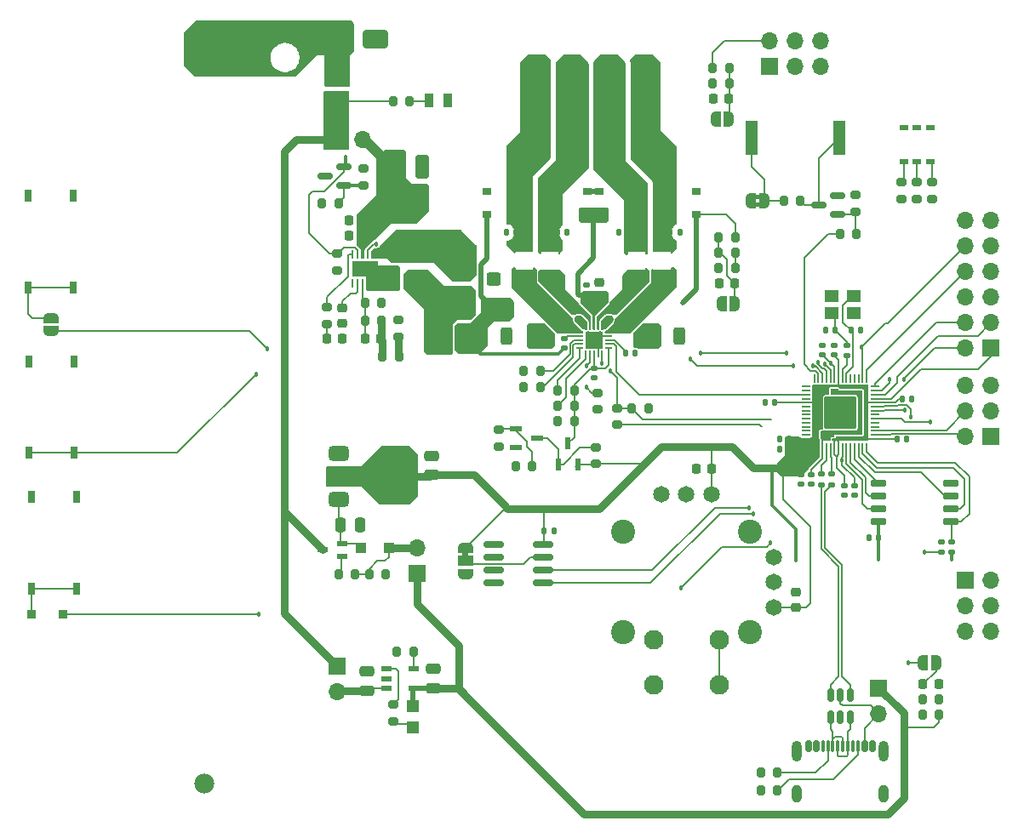
<source format=gbr>
%TF.GenerationSoftware,KiCad,Pcbnew,8.0.2*%
%TF.CreationDate,2024-05-27T20:09:00+01:00*%
%TF.ProjectId,StepUp,53746570-5570-42e6-9b69-6361645f7063,v1.0*%
%TF.SameCoordinates,Original*%
%TF.FileFunction,Copper,L1,Top*%
%TF.FilePolarity,Positive*%
%FSLAX46Y46*%
G04 Gerber Fmt 4.6, Leading zero omitted, Abs format (unit mm)*
G04 Created by KiCad (PCBNEW 8.0.2) date 2024-05-27 20:09:00*
%MOMM*%
%LPD*%
G01*
G04 APERTURE LIST*
G04 Aperture macros list*
%AMRoundRect*
0 Rectangle with rounded corners*
0 $1 Rounding radius*
0 $2 $3 $4 $5 $6 $7 $8 $9 X,Y pos of 4 corners*
0 Add a 4 corners polygon primitive as box body*
4,1,4,$2,$3,$4,$5,$6,$7,$8,$9,$2,$3,0*
0 Add four circle primitives for the rounded corners*
1,1,$1+$1,$2,$3*
1,1,$1+$1,$4,$5*
1,1,$1+$1,$6,$7*
1,1,$1+$1,$8,$9*
0 Add four rect primitives between the rounded corners*
20,1,$1+$1,$2,$3,$4,$5,0*
20,1,$1+$1,$4,$5,$6,$7,0*
20,1,$1+$1,$6,$7,$8,$9,0*
20,1,$1+$1,$8,$9,$2,$3,0*%
%AMFreePoly0*
4,1,19,0.500000,-0.750000,0.000000,-0.750000,0.000000,-0.744911,-0.071157,-0.744911,-0.207708,-0.704816,-0.327430,-0.627875,-0.420627,-0.520320,-0.479746,-0.390866,-0.500000,-0.250000,-0.500000,0.250000,-0.479746,0.390866,-0.420627,0.520320,-0.327430,0.627875,-0.207708,0.704816,-0.071157,0.744911,0.000000,0.744911,0.000000,0.750000,0.500000,0.750000,0.500000,-0.750000,0.500000,-0.750000,
$1*%
%AMFreePoly1*
4,1,19,0.000000,0.744911,0.071157,0.744911,0.207708,0.704816,0.327430,0.627875,0.420627,0.520320,0.479746,0.390866,0.500000,0.250000,0.500000,-0.250000,0.479746,-0.390866,0.420627,-0.520320,0.327430,-0.627875,0.207708,-0.704816,0.071157,-0.744911,0.000000,-0.744911,0.000000,-0.750000,-0.500000,-0.750000,-0.500000,0.750000,0.000000,0.750000,0.000000,0.744911,0.000000,0.744911,
$1*%
%AMFreePoly2*
4,1,19,0.550000,-0.750000,0.000000,-0.750000,0.000000,-0.744911,-0.071157,-0.744911,-0.207708,-0.704816,-0.327430,-0.627875,-0.420627,-0.520320,-0.479746,-0.390866,-0.500000,-0.250000,-0.500000,0.250000,-0.479746,0.390866,-0.420627,0.520320,-0.327430,0.627875,-0.207708,0.704816,-0.071157,0.744911,0.000000,0.744911,0.000000,0.750000,0.550000,0.750000,0.550000,-0.750000,0.550000,-0.750000,
$1*%
%AMFreePoly3*
4,1,19,0.000000,0.744911,0.071157,0.744911,0.207708,0.704816,0.327430,0.627875,0.420627,0.520320,0.479746,0.390866,0.500000,0.250000,0.500000,-0.250000,0.479746,-0.390866,0.420627,-0.520320,0.327430,-0.627875,0.207708,-0.704816,0.071157,-0.744911,0.000000,-0.744911,0.000000,-0.750000,-0.550000,-0.750000,-0.550000,0.750000,0.000000,0.750000,0.000000,0.744911,0.000000,0.744911,
$1*%
G04 Aperture macros list end*
%TA.AperFunction,EtchedComponent*%
%ADD10C,0.000000*%
%TD*%
%TA.AperFunction,SMDPad,CuDef*%
%ADD11R,0.863600X0.787400*%
%TD*%
%TA.AperFunction,SMDPad,CuDef*%
%ADD12RoundRect,0.250000X0.312500X0.625000X-0.312500X0.625000X-0.312500X-0.625000X0.312500X-0.625000X0*%
%TD*%
%TA.AperFunction,ComponentPad*%
%ADD13C,1.980000*%
%TD*%
%TA.AperFunction,SMDPad,CuDef*%
%ADD14FreePoly0,180.000000*%
%TD*%
%TA.AperFunction,SMDPad,CuDef*%
%ADD15FreePoly1,180.000000*%
%TD*%
%TA.AperFunction,SMDPad,CuDef*%
%ADD16RoundRect,0.150000X0.587500X0.150000X-0.587500X0.150000X-0.587500X-0.150000X0.587500X-0.150000X0*%
%TD*%
%TA.AperFunction,SMDPad,CuDef*%
%ADD17RoundRect,0.140000X0.140000X0.170000X-0.140000X0.170000X-0.140000X-0.170000X0.140000X-0.170000X0*%
%TD*%
%TA.AperFunction,SMDPad,CuDef*%
%ADD18RoundRect,0.140000X0.170000X-0.140000X0.170000X0.140000X-0.170000X0.140000X-0.170000X-0.140000X0*%
%TD*%
%TA.AperFunction,SMDPad,CuDef*%
%ADD19RoundRect,0.135000X0.185000X-0.135000X0.185000X0.135000X-0.185000X0.135000X-0.185000X-0.135000X0*%
%TD*%
%TA.AperFunction,SMDPad,CuDef*%
%ADD20RoundRect,0.140000X-0.170000X0.140000X-0.170000X-0.140000X0.170000X-0.140000X0.170000X0.140000X0*%
%TD*%
%TA.AperFunction,SMDPad,CuDef*%
%ADD21RoundRect,0.150000X-0.150000X-0.425000X0.150000X-0.425000X0.150000X0.425000X-0.150000X0.425000X0*%
%TD*%
%TA.AperFunction,SMDPad,CuDef*%
%ADD22RoundRect,0.075000X-0.075000X-0.500000X0.075000X-0.500000X0.075000X0.500000X-0.075000X0.500000X0*%
%TD*%
%TA.AperFunction,ComponentPad*%
%ADD23O,1.000000X2.100000*%
%TD*%
%TA.AperFunction,ComponentPad*%
%ADD24O,1.000000X1.800000*%
%TD*%
%TA.AperFunction,SMDPad,CuDef*%
%ADD25RoundRect,0.140000X-0.140000X-0.170000X0.140000X-0.170000X0.140000X0.170000X-0.140000X0.170000X0*%
%TD*%
%TA.AperFunction,SMDPad,CuDef*%
%ADD26RoundRect,0.200000X-0.200000X-0.275000X0.200000X-0.275000X0.200000X0.275000X-0.200000X0.275000X0*%
%TD*%
%TA.AperFunction,SMDPad,CuDef*%
%ADD27RoundRect,0.225000X0.225000X0.250000X-0.225000X0.250000X-0.225000X-0.250000X0.225000X-0.250000X0*%
%TD*%
%TA.AperFunction,SMDPad,CuDef*%
%ADD28RoundRect,0.200000X-0.275000X0.200000X-0.275000X-0.200000X0.275000X-0.200000X0.275000X0.200000X0*%
%TD*%
%TA.AperFunction,SMDPad,CuDef*%
%ADD29RoundRect,0.200000X0.200000X0.275000X-0.200000X0.275000X-0.200000X-0.275000X0.200000X-0.275000X0*%
%TD*%
%TA.AperFunction,SMDPad,CuDef*%
%ADD30RoundRect,0.225000X-0.225000X-0.250000X0.225000X-0.250000X0.225000X0.250000X-0.225000X0.250000X0*%
%TD*%
%TA.AperFunction,SMDPad,CuDef*%
%ADD31RoundRect,0.200000X0.275000X-0.200000X0.275000X0.200000X-0.275000X0.200000X-0.275000X-0.200000X0*%
%TD*%
%TA.AperFunction,SMDPad,CuDef*%
%ADD32R,1.000000X0.550000*%
%TD*%
%TA.AperFunction,SMDPad,CuDef*%
%ADD33RoundRect,0.050000X0.387500X0.050000X-0.387500X0.050000X-0.387500X-0.050000X0.387500X-0.050000X0*%
%TD*%
%TA.AperFunction,SMDPad,CuDef*%
%ADD34RoundRect,0.050000X0.050000X0.387500X-0.050000X0.387500X-0.050000X-0.387500X0.050000X-0.387500X0*%
%TD*%
%TA.AperFunction,ComponentPad*%
%ADD35C,0.600000*%
%TD*%
%TA.AperFunction,SMDPad,CuDef*%
%ADD36RoundRect,0.144000X1.456000X1.456000X-1.456000X1.456000X-1.456000X-1.456000X1.456000X-1.456000X0*%
%TD*%
%TA.AperFunction,ComponentPad*%
%ADD37C,1.650000*%
%TD*%
%TA.AperFunction,ComponentPad*%
%ADD38C,1.950000*%
%TD*%
%TA.AperFunction,ComponentPad*%
%ADD39C,2.400000*%
%TD*%
%TA.AperFunction,SMDPad,CuDef*%
%ADD40R,0.711200X1.219200*%
%TD*%
%TA.AperFunction,SMDPad,CuDef*%
%ADD41R,1.753400X0.912000*%
%TD*%
%TA.AperFunction,SMDPad,CuDef*%
%ADD42FreePoly2,270.000000*%
%TD*%
%TA.AperFunction,SMDPad,CuDef*%
%ADD43R,1.500000X1.000000*%
%TD*%
%TA.AperFunction,SMDPad,CuDef*%
%ADD44FreePoly3,270.000000*%
%TD*%
%TA.AperFunction,SMDPad,CuDef*%
%ADD45RoundRect,0.062500X0.062500X-0.362500X0.062500X0.362500X-0.062500X0.362500X-0.062500X-0.362500X0*%
%TD*%
%TA.AperFunction,HeatsinkPad*%
%ADD46C,0.600000*%
%TD*%
%TA.AperFunction,HeatsinkPad*%
%ADD47R,2.500000X1.600000*%
%TD*%
%TA.AperFunction,SMDPad,CuDef*%
%ADD48R,0.900000X0.950000*%
%TD*%
%TA.AperFunction,SMDPad,CuDef*%
%ADD49RoundRect,0.150000X0.650000X0.150000X-0.650000X0.150000X-0.650000X-0.150000X0.650000X-0.150000X0*%
%TD*%
%TA.AperFunction,SMDPad,CuDef*%
%ADD50R,1.200000X1.200000*%
%TD*%
%TA.AperFunction,ComponentPad*%
%ADD51R,1.700000X1.700000*%
%TD*%
%TA.AperFunction,ComponentPad*%
%ADD52O,1.700000X1.700000*%
%TD*%
%TA.AperFunction,SMDPad,CuDef*%
%ADD53R,1.300000X3.400000*%
%TD*%
%TA.AperFunction,SMDPad,CuDef*%
%ADD54RoundRect,0.250000X0.650000X-1.000000X0.650000X1.000000X-0.650000X1.000000X-0.650000X-1.000000X0*%
%TD*%
%TA.AperFunction,SMDPad,CuDef*%
%ADD55RoundRect,0.150000X-0.825000X-0.150000X0.825000X-0.150000X0.825000X0.150000X-0.825000X0.150000X0*%
%TD*%
%TA.AperFunction,SMDPad,CuDef*%
%ADD56RoundRect,0.250000X-0.250000X-0.475000X0.250000X-0.475000X0.250000X0.475000X-0.250000X0.475000X0*%
%TD*%
%TA.AperFunction,SMDPad,CuDef*%
%ADD57FreePoly0,90.000000*%
%TD*%
%TA.AperFunction,SMDPad,CuDef*%
%ADD58FreePoly1,90.000000*%
%TD*%
%TA.AperFunction,SMDPad,CuDef*%
%ADD59RoundRect,0.225000X-0.250000X0.225000X-0.250000X-0.225000X0.250000X-0.225000X0.250000X0.225000X0*%
%TD*%
%TA.AperFunction,SMDPad,CuDef*%
%ADD60R,0.889000X0.533400*%
%TD*%
%TA.AperFunction,SMDPad,CuDef*%
%ADD61RoundRect,0.250000X0.250000X0.475000X-0.250000X0.475000X-0.250000X-0.475000X0.250000X-0.475000X0*%
%TD*%
%TA.AperFunction,ComponentPad*%
%ADD62R,1.800000X1.800000*%
%TD*%
%TA.AperFunction,ComponentPad*%
%ADD63C,1.800000*%
%TD*%
%TA.AperFunction,SMDPad,CuDef*%
%ADD64R,1.400000X1.200000*%
%TD*%
%TA.AperFunction,SMDPad,CuDef*%
%ADD65RoundRect,0.250000X-0.312500X-0.625000X0.312500X-0.625000X0.312500X0.625000X-0.312500X0.625000X0*%
%TD*%
%TA.AperFunction,SMDPad,CuDef*%
%ADD66RoundRect,0.375000X-0.625000X-0.375000X0.625000X-0.375000X0.625000X0.375000X-0.625000X0.375000X0*%
%TD*%
%TA.AperFunction,SMDPad,CuDef*%
%ADD67RoundRect,0.500000X-0.500000X-1.400000X0.500000X-1.400000X0.500000X1.400000X-0.500000X1.400000X0*%
%TD*%
%TA.AperFunction,SMDPad,CuDef*%
%ADD68RoundRect,0.135000X-0.185000X0.135000X-0.185000X-0.135000X0.185000X-0.135000X0.185000X0.135000X0*%
%TD*%
%TA.AperFunction,SMDPad,CuDef*%
%ADD69R,0.762000X0.254000*%
%TD*%
%TA.AperFunction,SMDPad,CuDef*%
%ADD70R,0.254000X0.762000*%
%TD*%
%TA.AperFunction,SMDPad,CuDef*%
%ADD71R,1.701800X1.701800*%
%TD*%
%TA.AperFunction,SMDPad,CuDef*%
%ADD72RoundRect,0.250000X0.475000X-0.250000X0.475000X0.250000X-0.475000X0.250000X-0.475000X-0.250000X0*%
%TD*%
%TA.AperFunction,SMDPad,CuDef*%
%ADD73RoundRect,0.250000X-0.412500X-0.925000X0.412500X-0.925000X0.412500X0.925000X-0.412500X0.925000X0*%
%TD*%
%TA.AperFunction,SMDPad,CuDef*%
%ADD74R,0.600000X1.300000*%
%TD*%
%TA.AperFunction,SMDPad,CuDef*%
%ADD75R,2.200000X2.150000*%
%TD*%
%TA.AperFunction,SMDPad,CuDef*%
%ADD76RoundRect,0.250000X-0.475000X0.250000X-0.475000X-0.250000X0.475000X-0.250000X0.475000X0.250000X0*%
%TD*%
%TA.AperFunction,SMDPad,CuDef*%
%ADD77R,1.050000X0.600000*%
%TD*%
%TA.AperFunction,SMDPad,CuDef*%
%ADD78R,0.950000X1.400000*%
%TD*%
%TA.AperFunction,SMDPad,CuDef*%
%ADD79R,1.300000X0.600000*%
%TD*%
%TA.AperFunction,SMDPad,CuDef*%
%ADD80RoundRect,0.225000X0.250000X-0.225000X0.250000X0.225000X-0.250000X0.225000X-0.250000X-0.225000X0*%
%TD*%
%TA.AperFunction,SMDPad,CuDef*%
%ADD81RoundRect,0.250000X0.450000X-0.400000X0.450000X0.400000X-0.450000X0.400000X-0.450000X-0.400000X0*%
%TD*%
%TA.AperFunction,SMDPad,CuDef*%
%ADD82RoundRect,0.250000X-1.000000X-0.650000X1.000000X-0.650000X1.000000X0.650000X-1.000000X0.650000X0*%
%TD*%
%TA.AperFunction,SMDPad,CuDef*%
%ADD83RoundRect,0.150000X0.150000X-0.512500X0.150000X0.512500X-0.150000X0.512500X-0.150000X-0.512500X0*%
%TD*%
%TA.AperFunction,SMDPad,CuDef*%
%ADD84RoundRect,0.250000X-0.300000X-0.300000X0.300000X-0.300000X0.300000X0.300000X-0.300000X0.300000X0*%
%TD*%
%TA.AperFunction,ViaPad*%
%ADD85C,0.457200*%
%TD*%
%TA.AperFunction,Conductor*%
%ADD86C,0.152400*%
%TD*%
%TA.AperFunction,Conductor*%
%ADD87C,0.508000*%
%TD*%
%TA.AperFunction,Conductor*%
%ADD88C,0.304800*%
%TD*%
%TA.AperFunction,Conductor*%
%ADD89C,0.762000*%
%TD*%
%TA.AperFunction,Conductor*%
%ADD90C,0.203200*%
%TD*%
%TA.AperFunction,Conductor*%
%ADD91C,0.200000*%
%TD*%
%TA.AperFunction,Conductor*%
%ADD92C,1.000000*%
%TD*%
G04 APERTURE END LIST*
D10*
%TA.AperFunction,EtchedComponent*%
%TO.C,JP7*%
G36*
X159909000Y-82846000D02*
G01*
X159409000Y-82846000D01*
X159409000Y-82446000D01*
X159909000Y-82446000D01*
X159909000Y-82846000D01*
G37*
%TD.AperFunction*%
%TA.AperFunction,EtchedComponent*%
G36*
X159909000Y-83646000D02*
G01*
X159409000Y-83646000D01*
X159409000Y-83246000D01*
X159909000Y-83246000D01*
X159909000Y-83646000D01*
G37*
%TD.AperFunction*%
%TA.AperFunction,EtchedComponent*%
%TO.C,JP2*%
G36*
X130900000Y-118500000D02*
G01*
X130300000Y-118500000D01*
X130300000Y-118000000D01*
X130900000Y-118000000D01*
X130900000Y-118500000D01*
G37*
%TD.AperFunction*%
%TD*%
D11*
%TO.P,D3,1*%
%TO.N,VMotor*%
X142760799Y-84429600D03*
%TO.P,D3,2*%
%TO.N,OA1_OUT*%
X139458799Y-84429600D03*
%TD*%
D12*
%TO.P,R20,1*%
%TO.N,GND*%
X151855900Y-96501001D03*
%TO.P,R20,2*%
%TO.N,/Motor Driver/BRB*%
X148930900Y-96501001D03*
%TD*%
D13*
%TO.P,BT1,N*%
%TO.N,GND*%
X104648000Y-141012000D03*
%TO.P,BT1,P*%
%TO.N,Net-(D14-K)*%
X104648000Y-68792000D03*
%TD*%
D14*
%TO.P,JP7,1,A*%
%TO.N,Net-(JP7-A)*%
X160309000Y-83046000D03*
D15*
%TO.P,JP7,2,B*%
%TO.N,+3V3*%
X159009000Y-83046000D03*
%TD*%
D16*
%TO.P,Q4,1,G*%
%TO.N,Net-(Q4-G)*%
X118539500Y-81563000D03*
%TO.P,Q4,2,S*%
%TO.N,/Power/BOOST_ENABLE*%
X118539500Y-79663000D03*
%TO.P,Q4,3,D*%
%TO.N,MCU_BOOST_EN*%
X116664500Y-80613000D03*
%TD*%
D17*
%TO.P,C10,1*%
%TO.N,+3V3*%
X161380000Y-103100000D03*
%TO.P,C10,2*%
%TO.N,GND*%
X160420000Y-103100000D03*
%TD*%
D18*
%TO.P,C5,1*%
%TO.N,+1V1*%
X166116000Y-98408000D03*
%TO.P,C5,2*%
%TO.N,GND*%
X166116000Y-97448000D03*
%TD*%
D19*
%TO.P,R6,1*%
%TO.N,USB_D+*%
X167012500Y-111290000D03*
%TO.P,R6,2*%
%TO.N,Net-(U3-USB_DP)*%
X167012500Y-110270000D03*
%TD*%
D20*
%TO.P,C8,1*%
%TO.N,+3V3*%
X164000000Y-110300000D03*
%TO.P,C8,2*%
%TO.N,GND*%
X164000000Y-111260000D03*
%TD*%
D21*
%TO.P,J1,A1,GND*%
%TO.N,GND*%
X164694000Y-137290000D03*
%TO.P,J1,A4,VBUS*%
%TO.N,Net-(J2-Pin_2)*%
X165494000Y-137290000D03*
D22*
%TO.P,J1,A5,CC1*%
%TO.N,Net-(J1-CC1)*%
X166644000Y-137290000D03*
%TO.P,J1,A6,D+*%
%TO.N,USB_D+_IN*%
X167644000Y-137290000D03*
%TO.P,J1,A7,D-*%
%TO.N,USB_D-_IN*%
X168144000Y-137290000D03*
%TO.P,J1,A8,SBU1*%
%TO.N,unconnected-(J1-SBU1-PadA8)*%
X169144000Y-137290000D03*
D21*
%TO.P,J1,A9,VBUS*%
%TO.N,Net-(J2-Pin_2)*%
X170294000Y-137290000D03*
%TO.P,J1,A12,GND*%
%TO.N,GND*%
X171094000Y-137290000D03*
%TO.P,J1,B1,GND*%
X171094000Y-137290000D03*
%TO.P,J1,B4,VBUS*%
%TO.N,Net-(J2-Pin_2)*%
X170294000Y-137290000D03*
D22*
%TO.P,J1,B5,CC2*%
%TO.N,Net-(J1-CC2)*%
X169644000Y-137290000D03*
%TO.P,J1,B6,D+*%
%TO.N,USB_D+_IN*%
X168644000Y-137290000D03*
%TO.P,J1,B7,D-*%
%TO.N,USB_D-_IN*%
X167144000Y-137290000D03*
%TO.P,J1,B8,SBU2*%
%TO.N,unconnected-(J1-SBU2-PadB8)*%
X166144000Y-137290000D03*
D21*
%TO.P,J1,B9,VBUS*%
%TO.N,Net-(J2-Pin_2)*%
X165494000Y-137290000D03*
%TO.P,J1,B12,GND*%
%TO.N,GND*%
X164694000Y-137290000D03*
D23*
%TO.P,J1,S1,SHIELD*%
X163574000Y-137865000D03*
D24*
X163574000Y-142045000D03*
D23*
X172214000Y-137865000D03*
D24*
X172214000Y-142045000D03*
%TD*%
D25*
%TO.P,C20,1*%
%TO.N,Net-(U5-1.8VOUT)*%
X146520000Y-98200000D03*
%TO.P,C20,2*%
%TO.N,GND*%
X147480000Y-98200000D03*
%TD*%
D26*
%TO.P,R34,1*%
%TO.N,GND*%
X155172000Y-71380000D03*
%TO.P,R34,2*%
%TO.N,Net-(JP4-A)*%
X156822000Y-71380000D03*
%TD*%
D20*
%TO.P,C19,1*%
%TO.N,/Motor Driver/TMC_VCC_IO*%
X143400000Y-99720000D03*
%TO.P,C19,2*%
%TO.N,GND*%
X143400000Y-100680000D03*
%TD*%
D27*
%TO.P,C40,1*%
%TO.N,+3V3*%
X155075000Y-109750000D03*
%TO.P,C40,2*%
%TO.N,GND*%
X153525000Y-109750000D03*
%TD*%
D28*
%TO.P,R10,1*%
%TO.N,Net-(Q1-G)*%
X143600000Y-107575000D03*
%TO.P,R10,2*%
%TO.N,+3V3*%
X143600000Y-109225000D03*
%TD*%
D19*
%TO.P,R2,1*%
%TO.N,+3V3*%
X178950500Y-117989500D03*
%TO.P,R2,2*%
%TO.N,/MCU/QSPI_SS*%
X178950500Y-116969500D03*
%TD*%
D29*
%TO.P,R29,1*%
%TO.N,Net-(U8-OVP)*%
X123975000Y-98550000D03*
%TO.P,R29,2*%
%TO.N,BOOST_VOUT*%
X122325000Y-98550000D03*
%TD*%
D19*
%TO.P,R5,1*%
%TO.N,/MCU/XOUT*%
X168535000Y-98438000D03*
%TO.P,R5,2*%
%TO.N,Net-(C2-Pad1)*%
X168535000Y-97418000D03*
%TD*%
%TO.P,R7,1*%
%TO.N,USB_D-*%
X166000000Y-111290000D03*
%TO.P,R7,2*%
%TO.N,Net-(U3-USB_DM)*%
X166000000Y-110270000D03*
%TD*%
D11*
%TO.P,D8,1*%
%TO.N,OB1_OUT*%
X147218400Y-82143600D03*
%TO.P,D8,2*%
%TO.N,GND*%
X143916400Y-82143600D03*
%TD*%
%TO.P,D10,1*%
%TO.N,OB2_OUT*%
X150266400Y-82143600D03*
%TO.P,D10,2*%
%TO.N,GND*%
X153568400Y-82143600D03*
%TD*%
D30*
%TO.P,C37,1*%
%TO.N,GND*%
X155828000Y-91268000D03*
%TO.P,C37,2*%
%TO.N,Net-(JP5-A)*%
X157378000Y-91268000D03*
%TD*%
D31*
%TO.P,R43,1*%
%TO.N,LED_BLUE*%
X173990000Y-82867000D03*
%TO.P,R43,2*%
%TO.N,Net-(LED2-Pad6)*%
X173990000Y-81217000D03*
%TD*%
D18*
%TO.P,C16,1*%
%TO.N,VMotor*%
X140400000Y-97730000D03*
%TO.P,C16,2*%
%TO.N,Net-(U5-VCP)*%
X140400000Y-96770000D03*
%TD*%
D11*
%TO.P,D7,1*%
%TO.N,VMotor*%
X143916400Y-84429600D03*
%TO.P,D7,2*%
%TO.N,OB1_OUT*%
X147218400Y-84429600D03*
%TD*%
D31*
%TO.P,R41,1*%
%TO.N,LED_RED*%
X177038000Y-82867000D03*
%TO.P,R41,2*%
%TO.N,Net-(LED2-Pad4)*%
X177038000Y-81217000D03*
%TD*%
%TO.P,R8,1*%
%TO.N,~{TMC_STBDY}*%
X133883400Y-107486001D03*
%TO.P,R8,2*%
%TO.N,Net-(Q2-G)*%
X133883400Y-105836001D03*
%TD*%
D29*
%TO.P,R32,1*%
%TO.N,GND*%
X122237000Y-93218000D03*
%TO.P,R32,2*%
%TO.N,Net-(U8-FB)*%
X120587000Y-93218000D03*
%TD*%
D26*
%TO.P,R4,1*%
%TO.N,GND*%
X159957000Y-141732000D03*
%TO.P,R4,2*%
%TO.N,Net-(J1-CC2)*%
X161607000Y-141732000D03*
%TD*%
D27*
%TO.P,C29,1*%
%TO.N,BOOST_VIN*%
X120575000Y-86524000D03*
%TO.P,C29,2*%
%TO.N,GND*%
X119025000Y-86524000D03*
%TD*%
D32*
%TO.P,Q3,1,G*%
%TO.N,Net-(Q3-G)*%
X118332000Y-118448000D03*
%TO.P,Q3,2,S*%
%TO.N,Net-(D11-K)*%
X118332000Y-117148000D03*
%TO.P,Q3,3,D*%
%TO.N,Vbat*%
X116432000Y-117798000D03*
%TD*%
D33*
%TO.P,U3,1,IOVDD*%
%TO.N,+3V3*%
X171336500Y-106745000D03*
%TO.P,U3,2,GPIO0*%
%TO.N,/MCU/UART_0_TX*%
X171336500Y-106345000D03*
%TO.P,U3,3,GPIO1*%
%TO.N,/MCU/UART_0_RX*%
X171336500Y-105945000D03*
%TO.P,U3,4,GPIO2*%
%TO.N,LED_RED*%
X171336500Y-105545000D03*
%TO.P,U3,5,GPIO3*%
%TO.N,LED_GREEN*%
X171336500Y-105145000D03*
%TO.P,U3,6,GPIO4*%
%TO.N,VUSB_MONITOR*%
X171336500Y-104745000D03*
%TO.P,U3,7,GPIO5*%
%TO.N,LED_BLUE*%
X171336500Y-104345000D03*
%TO.P,U3,8,GPIO6*%
%TO.N,/MCU/EEPROM_SDA*%
X171336500Y-103945000D03*
%TO.P,U3,9,GPIO7*%
%TO.N,/MCU/EEPROM_SCL*%
X171336500Y-103545000D03*
%TO.P,U3,10,IOVDD*%
%TO.N,+3V3*%
X171336500Y-103145000D03*
%TO.P,U3,11,GPIO8*%
%TO.N,/MCU/GPIO8*%
X171336500Y-102745000D03*
%TO.P,U3,12,GPIO9*%
%TO.N,/MCU/GPIO9*%
X171336500Y-102345000D03*
%TO.P,U3,13,GPIO10*%
%TO.N,/MCU/GPIO10*%
X171336500Y-101945000D03*
%TO.P,U3,14,GPIO11*%
%TO.N,/MCU/GPIO11*%
X171336500Y-101545000D03*
D34*
%TO.P,U3,15,GPIO12*%
%TO.N,/MCU/GPIO12*%
X170499000Y-100707500D03*
%TO.P,U3,16,GPIO13*%
%TO.N,/MCU/GPIO13*%
X170099000Y-100707500D03*
%TO.P,U3,17,GPIO14*%
%TO.N,/MCU/GPIO14*%
X169699000Y-100707500D03*
%TO.P,U3,18,GPIO15*%
%TO.N,/MCU/GPIO15*%
X169299000Y-100707500D03*
%TO.P,U3,19,TESTEN*%
%TO.N,GND*%
X168899000Y-100707500D03*
%TO.P,U3,20,XIN*%
%TO.N,/MCU/XIN*%
X168499000Y-100707500D03*
%TO.P,U3,21,XOUT*%
%TO.N,/MCU/XOUT*%
X168099000Y-100707500D03*
%TO.P,U3,22,IOVDD*%
%TO.N,+3V3*%
X167699000Y-100707500D03*
%TO.P,U3,23,DVDD*%
%TO.N,+1V1*%
X167299000Y-100707500D03*
%TO.P,U3,24,SWCLK*%
%TO.N,/MCU/SWCLK*%
X166899000Y-100707500D03*
%TO.P,U3,25,SWD*%
%TO.N,/MCU/SWD*%
X166499000Y-100707500D03*
%TO.P,U3,26,RUN*%
%TO.N,/MCU/RUN*%
X166099000Y-100707500D03*
%TO.P,U3,27,GPIO16*%
%TO.N,BUZZER*%
X165699000Y-100707500D03*
%TO.P,U3,28,GPIO17*%
%TO.N,JOYSTSICK_BUTTON*%
X165299000Y-100707500D03*
D33*
%TO.P,U3,29,GPIO18*%
%TO.N,MCU_BOOST_EN*%
X164461500Y-101545000D03*
%TO.P,U3,30,GPIO19*%
%TO.N,TMC_EN*%
X164461500Y-101945000D03*
%TO.P,U3,31,GPIO20*%
%TO.N,TMC_DIAG*%
X164461500Y-102345000D03*
%TO.P,U3,32,GPIO21*%
%TO.N,~{TMC_STBDY}*%
X164461500Y-102745000D03*
%TO.P,U3,33,IOVDD*%
%TO.N,+3V3*%
X164461500Y-103145000D03*
%TO.P,U3,34,GPIO22*%
%TO.N,TMC_STEP*%
X164461500Y-103545000D03*
%TO.P,U3,35,GPIO23*%
%TO.N,TMC_DIR*%
X164461500Y-103945000D03*
%TO.P,U3,36,GPIO24*%
%TO.N,TMC_UART_TX*%
X164461500Y-104345000D03*
%TO.P,U3,37,GPIO25*%
%TO.N,TMC_UART_RX*%
X164461500Y-104745000D03*
%TO.P,U3,38,GPIO26_ADC0*%
%TO.N,VBAT_MONITOR*%
X164461500Y-105145000D03*
%TO.P,U3,39,GPIO27_ADC1*%
%TO.N,VMOTOR_MONITOR*%
X164461500Y-105545000D03*
%TO.P,U3,40,GPIO28_ADC2*%
%TO.N,JOYSTSICK_AXIS_V*%
X164461500Y-105945000D03*
%TO.P,U3,41,GPIO29_ADC3*%
%TO.N,JOYSTSICK_AXIS_H*%
X164461500Y-106345000D03*
%TO.P,U3,42,IOVDD*%
%TO.N,+3V3*%
X164461500Y-106745000D03*
D34*
%TO.P,U3,43,ADC_AVDD*%
X165299000Y-107582500D03*
%TO.P,U3,44,VREG_IN*%
X165699000Y-107582500D03*
%TO.P,U3,45,VREG_VOUT*%
%TO.N,+1V1*%
X166099000Y-107582500D03*
%TO.P,U3,46,USB_DM*%
%TO.N,Net-(U3-USB_DM)*%
X166499000Y-107582500D03*
%TO.P,U3,47,USB_DP*%
%TO.N,Net-(U3-USB_DP)*%
X166899000Y-107582500D03*
%TO.P,U3,48,USB_VDD*%
%TO.N,+3V3*%
X167299000Y-107582500D03*
%TO.P,U3,49,IOVDD*%
X167699000Y-107582500D03*
%TO.P,U3,50,DVDD*%
%TO.N,+1V1*%
X168099000Y-107582500D03*
%TO.P,U3,51,QSPI_SD3*%
%TO.N,/MCU/QSPI_SD3*%
X168499000Y-107582500D03*
%TO.P,U3,52,QSPI_SCLK*%
%TO.N,/MCU/QSPI_SCLK*%
X168899000Y-107582500D03*
%TO.P,U3,53,QSPI_SD0*%
%TO.N,/MCU/QSPI_SD0*%
X169299000Y-107582500D03*
%TO.P,U3,54,QSPI_SD2*%
%TO.N,/MCU/QSPI_SD2*%
X169699000Y-107582500D03*
%TO.P,U3,55,QSPI_SD1*%
%TO.N,/MCU/QSPI_SD1*%
X170099000Y-107582500D03*
%TO.P,U3,56,QSPI_SS*%
%TO.N,/MCU/QSPI_SS*%
X170499000Y-107582500D03*
D35*
%TO.P,U3,57,GND*%
%TO.N,GND*%
X169174000Y-105420000D03*
X169174000Y-104145000D03*
X169174000Y-102870000D03*
X167899000Y-105420000D03*
X167899000Y-104145000D03*
D36*
X167899000Y-104145000D03*
D35*
X167899000Y-102870000D03*
X166624000Y-105420000D03*
X166624000Y-104145000D03*
X166624000Y-102870000D03*
%TD*%
D26*
%TO.P,R3,1*%
%TO.N,GND*%
X159957000Y-139954000D03*
%TO.P,R3,2*%
%TO.N,Net-(J1-CC1)*%
X161607000Y-139954000D03*
%TD*%
D20*
%TO.P,C7,1*%
%TO.N,+3V3*%
X168282500Y-111409500D03*
%TO.P,C7,2*%
%TO.N,GND*%
X168282500Y-112369500D03*
%TD*%
D26*
%TO.P,R23,1*%
%TO.N,GND*%
X123773000Y-127920000D03*
%TO.P,R23,2*%
%TO.N,Net-(U7-PROG)*%
X125423000Y-127920000D03*
%TD*%
D37*
%TO.P,JOY1,1,1*%
%TO.N,+3V3*%
X155062500Y-112275000D03*
%TO.P,JOY1,2,2*%
%TO.N,JOYSTSICK_AXIS_H*%
X152562500Y-112275000D03*
%TO.P,JOY1,3,3*%
%TO.N,GND*%
X150062500Y-112275000D03*
%TO.P,JOY1,11,1'*%
%TO.N,+3V3*%
X161292500Y-123505000D03*
%TO.P,JOY1,12,2'*%
%TO.N,JOYSTSICK_AXIS_V*%
X161292500Y-121005000D03*
%TO.P,JOY1,13,3'*%
%TO.N,GND*%
X161292500Y-118505000D03*
D38*
%TO.P,JOY1,A1,COM_1*%
X149312500Y-126755000D03*
%TO.P,JOY1,B1,COM_2*%
%TO.N,JOYSTSICK_BUTTON*%
X155812500Y-126755000D03*
%TO.P,JOY1,C1,NO_1*%
%TO.N,GND*%
X149312500Y-131255000D03*
%TO.P,JOY1,D1,NO_2*%
%TO.N,JOYSTSICK_BUTTON*%
X155812500Y-131255000D03*
D39*
%TO.P,JOY1,MH1,MH1*%
%TO.N,unconnected-(JOY1-PadMH1)*%
X158887500Y-116005000D03*
%TO.P,JOY1,MH2,MH2*%
%TO.N,unconnected-(JOY1-PadMH2)*%
X146237500Y-116005000D03*
%TO.P,JOY1,MH3,MH3*%
%TO.N,unconnected-(JOY1-PadMH3)*%
X146237500Y-126005000D03*
%TO.P,JOY1,MH4,MH4*%
%TO.N,unconnected-(JOY1-PadMH4)*%
X158887500Y-126005000D03*
%TD*%
D20*
%TO.P,C6,1*%
%TO.N,+1V1*%
X165000000Y-110300000D03*
%TO.P,C6,2*%
%TO.N,GND*%
X165000000Y-111260000D03*
%TD*%
D40*
%TO.P,SW3,1*%
%TO.N,Net-(JP1-B)*%
X87084100Y-91668600D03*
%TO.P,SW3,2*%
X91579900Y-91668600D03*
%TO.P,SW3,3*%
%TO.N,GND*%
X91579900Y-82575400D03*
%TO.P,SW3,4*%
X87084100Y-82575400D03*
%TD*%
D29*
%TO.P,R39,1*%
%TO.N,GND*%
X177717000Y-132652000D03*
%TO.P,R39,2*%
%TO.N,Net-(JP6-A)*%
X176067000Y-132652000D03*
%TD*%
D26*
%TO.P,R31,1*%
%TO.N,Net-(U8-FB)*%
X120587000Y-94996000D03*
%TO.P,R31,2*%
%TO.N,BOOST_VOUT*%
X122237000Y-94996000D03*
%TD*%
D14*
%TO.P,JP4,1,A*%
%TO.N,Net-(JP4-A)*%
X156792000Y-74932000D03*
D15*
%TO.P,JP4,2,B*%
%TO.N,VBAT_MONITOR*%
X155492000Y-74932000D03*
%TD*%
D28*
%TO.P,R27,1*%
%TO.N,Net-(U8-COMP)*%
X116840000Y-93663000D03*
%TO.P,R27,2*%
%TO.N,Net-(C33-Pad1)*%
X116840000Y-95313000D03*
%TD*%
D41*
%TO.P,L1,1,1*%
%TO.N,OA1_OUT*%
X138963400Y-87612201D03*
%TO.P,L1,2,2*%
%TO.N,OA1*%
X138963400Y-90403801D03*
%TD*%
D17*
%TO.P,C13,1*%
%TO.N,+3V3*%
X162780000Y-106800000D03*
%TO.P,C13,2*%
%TO.N,GND*%
X161820000Y-106800000D03*
%TD*%
D26*
%TO.P,R38,1*%
%TO.N,Net-(JP6-A)*%
X176070000Y-134176000D03*
%TO.P,R38,2*%
%TO.N,V_USB*%
X177720000Y-134176000D03*
%TD*%
D11*
%TO.P,D4,1*%
%TO.N,OA1_OUT*%
X139458799Y-82143600D03*
%TO.P,D4,2*%
%TO.N,GND*%
X142760799Y-82143600D03*
%TD*%
D42*
%TO.P,JP2,1,A*%
%TO.N,+3V3*%
X130600000Y-117600000D03*
D43*
%TO.P,JP2,2,C*%
%TO.N,Net-(JP2-C)*%
X130600000Y-118900000D03*
D44*
%TO.P,JP2,3,B*%
%TO.N,GND*%
X130600000Y-120200000D03*
%TD*%
D45*
%TO.P,U8,1,NC*%
%TO.N,unconnected-(U8-NC-Pad1)*%
X119369000Y-91245000D03*
%TO.P,U8,2,SS*%
%TO.N,Net-(U8-SS)*%
X119869000Y-91245000D03*
%TO.P,U8,3,FB*%
%TO.N,Net-(U8-FB)*%
X120369000Y-91245000D03*
%TO.P,U8,4,AGND*%
%TO.N,GND*%
X120869000Y-91245000D03*
%TO.P,U8,5,PGND*%
X121369000Y-91245000D03*
%TO.P,U8,6,PGND*%
X121869000Y-91245000D03*
%TO.P,U8,7,SW*%
%TO.N,Net-(D13-A)*%
X121869000Y-88395000D03*
%TO.P,U8,8,SW*%
X121369000Y-88395000D03*
%TO.P,U8,9,OVP*%
%TO.N,Net-(U8-OVP)*%
X120869000Y-88395000D03*
%TO.P,U8,10,VIN*%
%TO.N,BOOST_VIN*%
X120369000Y-88395000D03*
%TO.P,U8,11,EN*%
%TO.N,/Power/BOOST_ENABLE*%
X119869000Y-88395000D03*
%TO.P,U8,12,COMP*%
%TO.N,Net-(U8-COMP)*%
X119369000Y-88395000D03*
D46*
%TO.P,U8,13,PGND*%
%TO.N,GND*%
X119669000Y-90320000D03*
X120619000Y-90320000D03*
X121569000Y-90320000D03*
D47*
X120619000Y-89820000D03*
D46*
X119669000Y-89320000D03*
X120619000Y-89320000D03*
X121569000Y-89320000D03*
%TD*%
D17*
%TO.P,C3,1*%
%TO.N,+3V3*%
X171680000Y-116550000D03*
%TO.P,C3,2*%
%TO.N,GND*%
X170720000Y-116550000D03*
%TD*%
D16*
%TO.P,Q5,1,G*%
%TO.N,Net-(Q5-G)*%
X167645000Y-84438000D03*
%TO.P,Q5,2,S*%
%TO.N,GND*%
X167645000Y-82538000D03*
%TO.P,Q5,3,D*%
%TO.N,Net-(Q5-D)*%
X165770000Y-83488000D03*
%TD*%
D28*
%TO.P,R28,1*%
%TO.N,GND*%
X120450000Y-79875000D03*
%TO.P,R28,2*%
%TO.N,Net-(Q4-G)*%
X120450000Y-81525000D03*
%TD*%
D48*
%TO.P,D1,A*%
%TO.N,/MCU/~{USB_BOOT}*%
X90575000Y-124200000D03*
%TO.P,D1,K*%
%TO.N,Net-(D1-PadK)*%
X87425000Y-124200000D03*
%TD*%
D17*
%TO.P,C14,1*%
%TO.N,+3V3*%
X162780000Y-107816000D03*
%TO.P,C14,2*%
%TO.N,GND*%
X161820000Y-107816000D03*
%TD*%
D40*
%TO.P,SW1,1*%
%TO.N,/MCU/RUN*%
X87198200Y-108153200D03*
%TO.P,SW1,2*%
X91694000Y-108153200D03*
%TO.P,SW1,3*%
%TO.N,GND*%
X91694000Y-99060000D03*
%TO.P,SW1,4*%
X87198200Y-99060000D03*
%TD*%
D29*
%TO.P,R14,1*%
%TO.N,/Motor Driver/TMC_VCC_IO*%
X141420001Y-105003400D03*
%TO.P,R14,2*%
%TO.N,GND*%
X139770001Y-105003400D03*
%TD*%
D41*
%TO.P,L4,1,1*%
%TO.N,OB2_OUT*%
X150139400Y-87612201D03*
%TO.P,L4,2,2*%
%TO.N,OB2*%
X150139400Y-90403801D03*
%TD*%
D29*
%TO.P,R37,1*%
%TO.N,Net-(R36-Pad2)*%
X157425000Y-89744000D03*
%TO.P,R37,2*%
%TO.N,GND*%
X155775000Y-89744000D03*
%TD*%
D49*
%TO.P,U2,1,~{CS}*%
%TO.N,/MCU/QSPI_SS*%
X178864500Y-114986500D03*
%TO.P,U2,2,DO(IO1)*%
%TO.N,/MCU/QSPI_SD1*%
X178864500Y-113716500D03*
%TO.P,U2,3,IO2*%
%TO.N,/MCU/QSPI_SD2*%
X178864500Y-112446500D03*
%TO.P,U2,4,GND*%
%TO.N,GND*%
X178864500Y-111176500D03*
%TO.P,U2,5,DI(IO0)*%
%TO.N,/MCU/QSPI_SD0*%
X171664500Y-111176500D03*
%TO.P,U2,6,CLK*%
%TO.N,/MCU/QSPI_SCLK*%
X171664500Y-112446500D03*
%TO.P,U2,7,IO3*%
%TO.N,/MCU/QSPI_SD3*%
X171664500Y-113716500D03*
%TO.P,U2,8,VCC*%
%TO.N,+3V3*%
X171664500Y-114986500D03*
%TD*%
D14*
%TO.P,JP5,1,A*%
%TO.N,Net-(JP5-A)*%
X157395000Y-93300000D03*
D15*
%TO.P,JP5,2,B*%
%TO.N,VMOTOR_MONITOR*%
X156095000Y-93300000D03*
%TD*%
D30*
%TO.P,C33,1*%
%TO.N,Net-(C33-Pad1)*%
X116827000Y-96774000D03*
%TO.P,C33,2*%
%TO.N,GND*%
X118377000Y-96774000D03*
%TD*%
D50*
%TO.P,D12,1*%
%TO.N,V_USB*%
X125370000Y-133360000D03*
%TO.P,D12,2*%
%TO.N,Net-(D12-Pad2)*%
X125370000Y-135460000D03*
%TD*%
D29*
%TO.P,R13,1*%
%TO.N,TMC_DIR*%
X138025000Y-100000000D03*
%TO.P,R13,2*%
%TO.N,GND*%
X136375000Y-100000000D03*
%TD*%
D17*
%TO.P,C21,1*%
%TO.N,GND*%
X140713400Y-86207600D03*
%TO.P,C21,2*%
%TO.N,OA1_OUT*%
X139753400Y-86207600D03*
%TD*%
D20*
%TO.P,C4,1*%
%TO.N,+1V1*%
X169298500Y-111409500D03*
%TO.P,C4,2*%
%TO.N,GND*%
X169298500Y-112369500D03*
%TD*%
D14*
%TO.P,JP6,1,A*%
%TO.N,Net-(JP6-A)*%
X177400000Y-129000000D03*
D15*
%TO.P,JP6,2,B*%
%TO.N,VUSB_MONITOR*%
X176100000Y-129000000D03*
%TD*%
D51*
%TO.P,J4,1,Pin_1*%
%TO.N,/MCU/GPIO8*%
X182880000Y-97706000D03*
D52*
%TO.P,J4,2,Pin_2*%
%TO.N,/MCU/GPIO10*%
X180340000Y-97706000D03*
%TO.P,J4,3,Pin_3*%
%TO.N,/MCU/GPIO9*%
X182880000Y-95166000D03*
%TO.P,J4,4,Pin_4*%
%TO.N,/MCU/GPIO11*%
X180340000Y-95166000D03*
%TO.P,J4,5,Pin_5*%
%TO.N,GND*%
X182880000Y-92626000D03*
%TO.P,J4,6,Pin_6*%
X180340000Y-92626000D03*
%TO.P,J4,7,Pin_7*%
%TO.N,/MCU/GPIO14*%
X182880000Y-90086000D03*
%TO.P,J4,8,Pin_8*%
%TO.N,/MCU/GPIO12*%
X180340000Y-90086000D03*
%TO.P,J4,9,Pin_9*%
%TO.N,/MCU/GPIO15*%
X182880000Y-87546000D03*
%TO.P,J4,10,Pin_10*%
%TO.N,/MCU/GPIO13*%
X180340000Y-87546000D03*
%TO.P,J4,11,Pin_11*%
%TO.N,GND*%
X182880000Y-85006000D03*
%TO.P,J4,12,Pin_12*%
X180340000Y-85006000D03*
%TD*%
D27*
%TO.P,C38,1*%
%TO.N,GND*%
X177667000Y-131132000D03*
%TO.P,C38,2*%
%TO.N,Net-(JP6-A)*%
X176117000Y-131132000D03*
%TD*%
D53*
%TO.P,BZ1,1*%
%TO.N,Net-(JP7-A)*%
X159050000Y-76800000D03*
%TO.P,BZ1,2*%
%TO.N,Net-(Q5-D)*%
X167750000Y-76800000D03*
%TD*%
D26*
%TO.P,R26,1*%
%TO.N,V_USB*%
X116325000Y-83300000D03*
%TO.P,R26,2*%
%TO.N,Net-(Q4-G)*%
X117975000Y-83300000D03*
%TD*%
D54*
%TO.P,D13,1,K*%
%TO.N,BOOST_VOUT*%
X130250000Y-93200000D03*
%TO.P,D13,2,A*%
%TO.N,Net-(D13-A)*%
X130250000Y-89200000D03*
%TD*%
D29*
%TO.P,R46,1*%
%TO.N,Net-(Q5-D)*%
X163898000Y-83050000D03*
%TO.P,R46,2*%
%TO.N,Net-(JP7-A)*%
X162248000Y-83050000D03*
%TD*%
D55*
%TO.P,U4,1*%
%TO.N,unconnected-(U4-Pad1)*%
X133400000Y-117295000D03*
%TO.P,U4,2*%
%TO.N,unconnected-(U4-Pad2)*%
X133400000Y-118565000D03*
%TO.P,U4,3*%
%TO.N,unconnected-(U4-Pad3)*%
X133400000Y-119835000D03*
%TO.P,U4,4,VSS*%
%TO.N,GND*%
X133400000Y-121105000D03*
%TO.P,U4,5,SDA*%
%TO.N,/MCU/EEPROM_SDA*%
X138350000Y-121105000D03*
%TO.P,U4,6,SCL*%
%TO.N,/MCU/EEPROM_SCL*%
X138350000Y-119835000D03*
%TO.P,U4,7,WP*%
%TO.N,Net-(JP2-C)*%
X138350000Y-118565000D03*
%TO.P,U4,8,VDD*%
%TO.N,+3V3*%
X138350000Y-117295000D03*
%TD*%
D17*
%TO.P,C2,1*%
%TO.N,Net-(C2-Pad1)*%
X167358000Y-95924000D03*
%TO.P,C2,2*%
%TO.N,GND*%
X166398000Y-95924000D03*
%TD*%
D40*
%TO.P,SW2,1*%
%TO.N,Net-(D1-PadK)*%
X87414100Y-121640600D03*
%TO.P,SW2,2*%
X91909900Y-121640600D03*
%TO.P,SW2,3*%
%TO.N,GND*%
X91909900Y-112547400D03*
%TO.P,SW2,4*%
X87414100Y-112547400D03*
%TD*%
D56*
%TO.P,C25,1*%
%TO.N,Net-(D11-K)*%
X118210000Y-115284000D03*
%TO.P,C25,2*%
%TO.N,GND*%
X120110000Y-115284000D03*
%TD*%
D57*
%TO.P,JP1,1,A*%
%TO.N,/MCU/GPIO13*%
X89408000Y-96012000D03*
D58*
%TO.P,JP1,2,B*%
%TO.N,Net-(JP1-B)*%
X89408000Y-94712000D03*
%TD*%
D59*
%TO.P,C32,1*%
%TO.N,Net-(U8-SS)*%
X118364000Y-93713000D03*
%TO.P,C32,2*%
%TO.N,GND*%
X118364000Y-95263000D03*
%TD*%
D25*
%TO.P,C1,1*%
%TO.N,/MCU/XIN*%
X168938000Y-95924000D03*
%TO.P,C1,2*%
%TO.N,GND*%
X169898000Y-95924000D03*
%TD*%
D41*
%TO.P,L2,1,1*%
%TO.N,OA2_OUT*%
X136423400Y-87612201D03*
%TO.P,L2,2,2*%
%TO.N,OA2*%
X136423400Y-90403801D03*
%TD*%
D60*
%TO.P,LED2,1,1*%
%TO.N,GND*%
X176809400Y-75780900D03*
%TO.P,LED2,2,2*%
X175514000Y-75780900D03*
%TO.P,LED2,3,3*%
X174218600Y-75780900D03*
%TO.P,LED2,4,4*%
%TO.N,Net-(LED2-Pad4)*%
X176809400Y-79159100D03*
%TO.P,LED2,5,5*%
%TO.N,Net-(LED2-Pad5)*%
X175514000Y-79159100D03*
%TO.P,LED2,6,6*%
%TO.N,Net-(LED2-Pad6)*%
X174218600Y-79159100D03*
%TD*%
D29*
%TO.P,R12,1*%
%TO.N,TMC_STEP*%
X138025000Y-101600000D03*
%TO.P,R12,2*%
%TO.N,GND*%
X136375000Y-101600000D03*
%TD*%
D25*
%TO.P,C9,1*%
%TO.N,+3V3*%
X173520000Y-106800000D03*
%TO.P,C9,2*%
%TO.N,GND*%
X174480000Y-106800000D03*
%TD*%
%TO.P,C15,1*%
%TO.N,+3V3*%
X138420000Y-115900000D03*
%TO.P,C15,2*%
%TO.N,GND*%
X139380000Y-115900000D03*
%TD*%
D61*
%TO.P,C35,1*%
%TO.N,BOOST_VOUT*%
X125200000Y-91000000D03*
%TO.P,C35,2*%
%TO.N,GND*%
X123300000Y-91000000D03*
%TD*%
D29*
%TO.P,R16,1*%
%TO.N,/Motor Driver/TMC_VCC_IO*%
X141420001Y-101955400D03*
%TO.P,R16,2*%
%TO.N,/Motor Driver/TMC_MS1{slash}AD0*%
X139770001Y-101955400D03*
%TD*%
D62*
%TO.P,J5,1_A,1*%
%TO.N,OB2_OUT*%
X148277400Y-77689501D03*
%TO.P,J5,1_B,1__1*%
X148277400Y-70689501D03*
D63*
%TO.P,J5,2_A,2*%
%TO.N,OB1_OUT*%
X144777400Y-77689501D03*
%TO.P,J5,2_B,2__1*%
X144777400Y-70689501D03*
%TO.P,J5,3_A,3*%
%TO.N,OA1_OUT*%
X141277400Y-77689501D03*
%TO.P,J5,3_B,3__1*%
X141277400Y-70689501D03*
%TO.P,J5,4_A,4*%
%TO.N,OA2_OUT*%
X137777400Y-77689501D03*
%TO.P,J5,4_B,4__1*%
X137777400Y-70689501D03*
%TD*%
D25*
%TO.P,C24,1*%
%TO.N,OB2_OUT*%
X150957400Y-86207600D03*
%TO.P,C24,2*%
%TO.N,GND*%
X151917400Y-86207600D03*
%TD*%
D64*
%TO.P,Y1,1,1*%
%TO.N,/MCU/XIN*%
X169248000Y-92534000D03*
%TO.P,Y1,2,2*%
%TO.N,GND*%
X167048000Y-92534000D03*
%TO.P,Y1,3,3*%
%TO.N,Net-(C2-Pad1)*%
X167048000Y-94234000D03*
%TO.P,Y1,4,4*%
%TO.N,GND*%
X169248000Y-94234000D03*
%TD*%
D28*
%TO.P,R17,1*%
%TO.N,TMC_UART_RX*%
X145675001Y-103670400D03*
%TO.P,R17,2*%
%TO.N,TMC_UART_TX*%
X145675001Y-105320400D03*
%TD*%
D65*
%TO.P,R19,1*%
%TO.N,GND*%
X134706900Y-96501001D03*
%TO.P,R19,2*%
%TO.N,/Motor Driver/BRA*%
X137631900Y-96501001D03*
%TD*%
D17*
%TO.P,C22,1*%
%TO.N,OA2_OUT*%
X135605400Y-86207600D03*
%TO.P,C22,2*%
%TO.N,GND*%
X134645400Y-86207600D03*
%TD*%
D66*
%TO.P,U6,1,GND*%
%TO.N,GND*%
X118008000Y-108190000D03*
%TO.P,U6,2,VO*%
%TO.N,+3V3*%
X118008000Y-110490000D03*
D67*
X124308000Y-110490000D03*
D66*
%TO.P,U6,3,VI*%
%TO.N,Net-(D11-K)*%
X118008000Y-112790000D03*
%TD*%
D68*
%TO.P,R1,1*%
%TO.N,/MCU/QSPI_SS*%
X177950500Y-116979500D03*
%TO.P,R1,2*%
%TO.N,/MCU/~{USB_BOOT}*%
X177950500Y-117999500D03*
%TD*%
D18*
%TO.P,C12,1*%
%TO.N,+3V3*%
X167265000Y-98408000D03*
%TO.P,C12,2*%
%TO.N,GND*%
X167265000Y-97448000D03*
%TD*%
D51*
%TO.P,J3,1,Pin_1*%
%TO.N,/MCU/SWCLK*%
X182875000Y-106525000D03*
D52*
%TO.P,J3,2,Pin_2*%
%TO.N,/MCU/UART_0_TX*%
X180335000Y-106525000D03*
%TO.P,J3,3,Pin_3*%
%TO.N,/MCU/SWD*%
X182875000Y-103985000D03*
%TO.P,J3,4,Pin_4*%
%TO.N,/MCU/UART_0_RX*%
X180335000Y-103985000D03*
%TO.P,J3,5,Pin_5*%
%TO.N,GND*%
X182875000Y-101445000D03*
%TO.P,J3,6,Pin_6*%
X180335000Y-101445000D03*
%TD*%
D26*
%TO.P,R36,1*%
%TO.N,Net-(JP5-A)*%
X155775000Y-88220000D03*
%TO.P,R36,2*%
%TO.N,Net-(R36-Pad2)*%
X157425000Y-88220000D03*
%TD*%
D69*
%TO.P,U5,1,OA2*%
%TO.N,OA2*%
X141960600Y-96100999D03*
%TO.P,U5,2,VCP*%
%TO.N,Net-(U5-VCP)*%
X141960600Y-96501001D03*
%TO.P,U5,3,DIR*%
%TO.N,TMC_DIR*%
X141960600Y-96901000D03*
%TO.P,U5,4,STEP*%
%TO.N,TMC_STEP*%
X141960600Y-97300999D03*
%TO.P,U5,5,MS1_AD0*%
%TO.N,/Motor Driver/TMC_MS1{slash}AD0*%
X141960600Y-97701001D03*
D70*
%TO.P,U5,6,MS2_AD1*%
%TO.N,/Motor Driver/TMC_MS2{slash}AD1*%
X142582999Y-98323400D03*
%TO.P,U5,7,EN*%
%TO.N,TMC_EN*%
X142983001Y-98323400D03*
%TO.P,U5,8,STEPPER*%
%TO.N,/Motor Driver/TMC_VCC_IO*%
X143383000Y-98323400D03*
%TO.P,U5,9,MODE*%
%TO.N,GND*%
X143782999Y-98323400D03*
%TO.P,U5,10,PDN_UART*%
%TO.N,TMC_UART_RX*%
X144183001Y-98323400D03*
D69*
%TO.P,U5,11,VIO/NSTDBY*%
%TO.N,/Motor Driver/TMC_VCC_IO*%
X144805400Y-97701001D03*
%TO.P,U5,12,DIAG*%
%TO.N,TMC_DIAG*%
X144805400Y-97300999D03*
%TO.P,U5,13,1.8VOUT*%
%TO.N,Net-(U5-1.8VOUT)*%
X144805400Y-96901000D03*
%TO.P,U5,14,GND*%
%TO.N,GND*%
X144805400Y-96501001D03*
%TO.P,U5,15,OB2*%
%TO.N,OB2*%
X144805400Y-96100999D03*
D70*
%TO.P,U5,16,BRB*%
%TO.N,/Motor Driver/BRB*%
X144183001Y-95478600D03*
%TO.P,U5,17,OB1*%
%TO.N,OB1*%
X143782999Y-95478600D03*
%TO.P,U5,18,VS*%
%TO.N,VMotor*%
X143383000Y-95478600D03*
%TO.P,U5,19,OA1*%
%TO.N,OA1*%
X142983001Y-95478600D03*
%TO.P,U5,20,BRA*%
%TO.N,/Motor Driver/BRA*%
X142582999Y-95478600D03*
D71*
%TO.P,U5,21,EPAD*%
%TO.N,GND*%
X143383000Y-96901000D03*
%TD*%
D28*
%TO.P,R11,1*%
%TO.N,TMC_EN*%
X143700000Y-102175000D03*
%TO.P,R11,2*%
%TO.N,GND*%
X143700000Y-103825000D03*
%TD*%
%TO.P,R25,1*%
%TO.N,Net-(U7-STAT)*%
X123398000Y-133195000D03*
%TO.P,R25,2*%
%TO.N,Net-(D12-Pad2)*%
X123398000Y-134845000D03*
%TD*%
D26*
%TO.P,R35,1*%
%TO.N,Net-(JP5-A)*%
X155775000Y-86700000D03*
%TO.P,R35,2*%
%TO.N,VMotor*%
X157425000Y-86700000D03*
%TD*%
D51*
%TO.P,J8,1,Pin_1*%
%TO.N,Vbat*%
X117852000Y-129337000D03*
D52*
%TO.P,J8,2,Pin_2*%
%TO.N,Net-(J8-Pin_2)*%
X117852000Y-131877000D03*
%TD*%
D72*
%TO.P,C31,1*%
%TO.N,Net-(J8-Pin_2)*%
X120798000Y-131804000D03*
%TO.P,C31,2*%
%TO.N,GND*%
X120798000Y-129904000D03*
%TD*%
D73*
%TO.P,C26,1*%
%TO.N,BOOST_VIN*%
X123262500Y-79650000D03*
%TO.P,C26,2*%
%TO.N,GND*%
X126337500Y-79650000D03*
%TD*%
D29*
%TO.P,R15,1*%
%TO.N,/Motor Driver/TMC_VCC_IO*%
X141420001Y-103479400D03*
%TO.P,R15,2*%
%TO.N,/Motor Driver/TMC_MS2{slash}AD1*%
X139770001Y-103479400D03*
%TD*%
D11*
%TO.P,D9,1*%
%TO.N,VMotor*%
X153568400Y-84429600D03*
%TO.P,D9,2*%
%TO.N,OB2_OUT*%
X150266400Y-84429600D03*
%TD*%
D30*
%TO.P,C36,1*%
%TO.N,GND*%
X155225000Y-72900000D03*
%TO.P,C36,2*%
%TO.N,Net-(JP4-A)*%
X156775000Y-72900000D03*
%TD*%
D72*
%TO.P,C30,1*%
%TO.N,+3V3*%
X127200000Y-110350000D03*
%TO.P,C30,2*%
%TO.N,GND*%
X127200000Y-108450000D03*
%TD*%
D18*
%TO.P,C18,1*%
%TO.N,VMotor*%
X142659001Y-92409001D03*
%TO.P,C18,2*%
%TO.N,GND*%
X142659001Y-91449001D03*
%TD*%
D74*
%TO.P,Q1,1,G*%
%TO.N,Net-(Q1-G)*%
X139864400Y-109261001D03*
%TO.P,Q1,2,D*%
%TO.N,+3V3*%
X141764400Y-109261001D03*
%TO.P,Q1,3,S*%
%TO.N,/Motor Driver/TMC_VCC_IO*%
X140814400Y-107161001D03*
%TD*%
D51*
%TO.P,J9,1,Pin_1*%
%TO.N,VMotor*%
X130561000Y-96774000D03*
D52*
%TO.P,J9,2,Pin_2*%
%TO.N,BOOST_VOUT*%
X128021000Y-96774000D03*
%TD*%
D75*
%TO.P,L5,1,1*%
%TO.N,BOOST_VIN*%
X125400000Y-82800000D03*
%TO.P,L5,2,2*%
%TO.N,Net-(D13-A)*%
X125400000Y-87600000D03*
%TD*%
D27*
%TO.P,C34,1*%
%TO.N,BOOST_VOUT*%
X122187000Y-96774000D03*
%TO.P,C34,2*%
%TO.N,Net-(U8-FB)*%
X120637000Y-96774000D03*
%TD*%
D29*
%TO.P,R21,1*%
%TO.N,GND*%
X122657000Y-120226000D03*
%TO.P,R21,2*%
%TO.N,Net-(D11-A)*%
X121007000Y-120226000D03*
%TD*%
D25*
%TO.P,C11,1*%
%TO.N,+3V3*%
X174020000Y-102800000D03*
%TO.P,C11,2*%
%TO.N,GND*%
X174980000Y-102800000D03*
%TD*%
D29*
%TO.P,R9,1*%
%TO.N,Net-(Q2-G)*%
X137248400Y-109455001D03*
%TO.P,R9,2*%
%TO.N,GND*%
X135598400Y-109455001D03*
%TD*%
%TO.P,R33,1*%
%TO.N,Net-(JP4-A)*%
X156822000Y-69856000D03*
%TO.P,R33,2*%
%TO.N,Vbat*%
X155172000Y-69856000D03*
%TD*%
%TO.P,R40,1*%
%TO.N,Net-(LED1-A)*%
X125031000Y-73152000D03*
%TO.P,R40,2*%
%TO.N,Vbat*%
X123381000Y-73152000D03*
%TD*%
D76*
%TO.P,C28,1*%
%TO.N,GND*%
X127402000Y-129650000D03*
%TO.P,C28,2*%
%TO.N,V_USB*%
X127402000Y-131550000D03*
%TD*%
D77*
%TO.P,U7,1,STAT*%
%TO.N,Net-(U7-STAT)*%
X122750000Y-129650000D03*
%TO.P,U7,2,VSS*%
%TO.N,GND*%
X122750000Y-130600000D03*
%TO.P,U7,3,VBAT*%
%TO.N,Net-(J8-Pin_2)*%
X122750000Y-131550000D03*
%TO.P,U7,4,VDD*%
%TO.N,V_USB*%
X125450000Y-131550000D03*
%TO.P,U7,5,PROG*%
%TO.N,Net-(U7-PROG)*%
X125450000Y-129650000D03*
%TD*%
D28*
%TO.P,R45,1*%
%TO.N,GND*%
X169423000Y-82475000D03*
%TO.P,R45,2*%
%TO.N,Net-(Q5-G)*%
X169423000Y-84125000D03*
%TD*%
D78*
%TO.P,LED1,1,K*%
%TO.N,GND*%
X128850000Y-73100000D03*
%TO.P,LED1,2,A*%
%TO.N,Net-(LED1-A)*%
X126950000Y-73100000D03*
%TD*%
D11*
%TO.P,D5,1*%
%TO.N,VMotor*%
X132740400Y-84429600D03*
%TO.P,D5,2*%
%TO.N,OA2_OUT*%
X136042400Y-84429600D03*
%TD*%
D28*
%TO.P,R30,1*%
%TO.N,GND*%
X123952000Y-94933000D03*
%TO.P,R30,2*%
%TO.N,Net-(U8-OVP)*%
X123952000Y-96583000D03*
%TD*%
D51*
%TO.P,J6,1,Pin_1*%
%TO.N,V_USB*%
X125800000Y-120175000D03*
D52*
%TO.P,J6,2,Pin_2*%
%TO.N,Net-(D11-A)*%
X125800000Y-117635000D03*
%TD*%
D79*
%TO.P,Q2,1,G*%
%TO.N,Net-(Q2-G)*%
X135627400Y-105711001D03*
%TO.P,Q2,2,S*%
%TO.N,GND*%
X135627400Y-107611001D03*
%TO.P,Q2,3,D*%
%TO.N,Net-(Q1-G)*%
X137727400Y-106661001D03*
%TD*%
D51*
%TO.P,J10,1,Pin_1*%
%TO.N,VMotor*%
X160875000Y-69675000D03*
D52*
%TO.P,J10,2,Pin_2*%
%TO.N,Vbat*%
X160875000Y-67135000D03*
%TO.P,J10,3,Pin_3*%
%TO.N,+3V3*%
X163415000Y-69675000D03*
%TO.P,J10,4,Pin_4*%
%TO.N,V_USB*%
X163415000Y-67135000D03*
%TO.P,J10,5,Pin_5*%
%TO.N,GND*%
X165955000Y-69675000D03*
%TO.P,J10,6,Pin_6*%
X165955000Y-67135000D03*
%TD*%
D27*
%TO.P,C27,1*%
%TO.N,BOOST_VIN*%
X120575000Y-85000000D03*
%TO.P,C27,2*%
%TO.N,GND*%
X119025000Y-85000000D03*
%TD*%
D26*
%TO.P,R18,1*%
%TO.N,TMC_UART_RX*%
X147136001Y-103733400D03*
%TO.P,R18,2*%
%TO.N,GND*%
X148786001Y-103733400D03*
%TD*%
D25*
%TO.P,C23,1*%
%TO.N,GND*%
X145849400Y-86207600D03*
%TO.P,C23,2*%
%TO.N,OB1_OUT*%
X146809400Y-86207600D03*
%TD*%
D51*
%TO.P,J2,1,Pin_1*%
%TO.N,V_USB*%
X171704000Y-131567000D03*
D52*
%TO.P,J2,2,Pin_2*%
%TO.N,Net-(J2-Pin_2)*%
X171704000Y-134107000D03*
%TD*%
D41*
%TO.P,L3,1,1*%
%TO.N,OB1_OUT*%
X147599400Y-87612201D03*
%TO.P,L3,2,2*%
%TO.N,OB1*%
X147599400Y-90403801D03*
%TD*%
D80*
%TO.P,C39,1*%
%TO.N,+3V3*%
X163450000Y-123525000D03*
%TO.P,C39,2*%
%TO.N,GND*%
X163450000Y-121975000D03*
%TD*%
D81*
%TO.P,D2,1,A1*%
%TO.N,VMotor*%
X133400000Y-93779000D03*
%TO.P,D2,2,A2*%
%TO.N,GND*%
X133400000Y-90879000D03*
%TD*%
D51*
%TO.P,J11,1,Pin_1*%
%TO.N,Vbat*%
X117856000Y-73157000D03*
D52*
%TO.P,J11,2,Pin_2*%
%TO.N,Net-(D14-K)*%
X117856000Y-70617000D03*
%TD*%
D51*
%TO.P,J12,1,Pin_1*%
%TO.N,Net-(J12-Pin_1)*%
X180330000Y-120800000D03*
D52*
%TO.P,J12,2,Pin_2*%
%TO.N,+3V3*%
X182870000Y-120800000D03*
%TO.P,J12,3,Pin_3*%
%TO.N,Net-(J12-Pin_3)*%
X180330000Y-123340000D03*
%TO.P,J12,4,Pin_4*%
%TO.N,GND*%
X182870000Y-123340000D03*
%TO.P,J12,5,Pin_5*%
%TO.N,Net-(J12-Pin_5)*%
X180330000Y-125880000D03*
%TO.P,J12,6,Pin_6*%
%TO.N,GND*%
X182870000Y-125880000D03*
%TD*%
D11*
%TO.P,D6,1*%
%TO.N,OA2_OUT*%
X136042400Y-82143600D03*
%TO.P,D6,2*%
%TO.N,GND*%
X132740400Y-82143600D03*
%TD*%
D26*
%TO.P,R44,1*%
%TO.N,BUZZER*%
X167836000Y-86348000D03*
%TO.P,R44,2*%
%TO.N,Net-(Q5-G)*%
X169486000Y-86348000D03*
%TD*%
D31*
%TO.P,R24,1*%
%TO.N,GND*%
X117856000Y-89979000D03*
%TO.P,R24,2*%
%TO.N,/Power/BOOST_ENABLE*%
X117856000Y-88329000D03*
%TD*%
D82*
%TO.P,D14,1,K*%
%TO.N,Net-(D14-K)*%
X117600000Y-66950000D03*
%TO.P,D14,2,A*%
%TO.N,GND*%
X121600000Y-66950000D03*
%TD*%
D83*
%TO.P,U1,1,I/O1*%
%TO.N,USB_D-_IN*%
X166944000Y-134487500D03*
%TO.P,U1,2,GND*%
%TO.N,GND*%
X167894000Y-134487500D03*
%TO.P,U1,3,I/O2*%
%TO.N,USB_D+_IN*%
X168844000Y-134487500D03*
%TO.P,U1,4,I/O2*%
%TO.N,USB_D+*%
X168844000Y-132212500D03*
%TO.P,U1,5,VBUS*%
%TO.N,Net-(J2-Pin_2)*%
X167894000Y-132212500D03*
%TO.P,U1,6,I/O1*%
%TO.N,USB_D-*%
X166944000Y-132212500D03*
%TD*%
D80*
%TO.P,C17,1*%
%TO.N,VMotor*%
X143929001Y-92704001D03*
%TO.P,C17,2*%
%TO.N,GND*%
X143929001Y-91154001D03*
%TD*%
D31*
%TO.P,R42,1*%
%TO.N,LED_GREEN*%
X175514000Y-82867000D03*
%TO.P,R42,2*%
%TO.N,Net-(LED2-Pad5)*%
X175514000Y-81217000D03*
%TD*%
D51*
%TO.P,J7,1,Pin_1*%
%TO.N,Vbat*%
X117851000Y-76962000D03*
D52*
%TO.P,J7,2,Pin_2*%
%TO.N,BOOST_VIN*%
X120391000Y-76962000D03*
%TD*%
D29*
%TO.P,R22,1*%
%TO.N,Net-(D11-A)*%
X119609000Y-120226000D03*
%TO.P,R22,2*%
%TO.N,Net-(Q3-G)*%
X117959000Y-120226000D03*
%TD*%
D84*
%TO.P,D11,1,K*%
%TO.N,Net-(D11-K)*%
X120178000Y-117570000D03*
%TO.P,D11,2,A*%
%TO.N,Net-(D11-A)*%
X122978000Y-117570000D03*
%TD*%
D85*
%TO.N,VUSB_MONITOR*%
X174600000Y-129000000D03*
X176850000Y-105100000D03*
%TO.N,GND*%
X142800000Y-97500000D03*
X144000000Y-96300000D03*
X144000000Y-97500000D03*
X143400000Y-96900000D03*
X142800000Y-96300000D03*
%TO.N,/Power/BOOST_ENABLE*%
X118700000Y-78700000D03*
%TO.N,+3V3*%
X178950000Y-118700000D03*
X171650000Y-118700000D03*
X163500000Y-118750000D03*
%TO.N,+1V1*%
X167259000Y-102108000D03*
X166954000Y-99246000D03*
X168041800Y-108841800D03*
X167000000Y-106200000D03*
%TO.N,/MCU/~{USB_BOOT}*%
X160950000Y-117100000D03*
X152000000Y-121600000D03*
X176250000Y-118050000D03*
X110000000Y-124200000D03*
%TO.N,/MCU/SWCLK*%
X166309321Y-99281558D03*
%TO.N,/MCU/GPIO13*%
X110850000Y-97750000D03*
X170000000Y-97650000D03*
X153950000Y-98250000D03*
X162550000Y-98250000D03*
%TO.N,/MCU/RUN*%
X163250000Y-99500000D03*
X109800000Y-100300000D03*
X152950000Y-98800000D03*
X165200000Y-99500000D03*
%TO.N,/MCU/SWD*%
X165700000Y-99100000D03*
%TO.N,/MCU/GPIO10*%
X174200000Y-100800000D03*
X172800000Y-100800000D03*
%TO.N,VMotor*%
X134850000Y-94600000D03*
X143050000Y-93650000D03*
X134850000Y-94000000D03*
X142600000Y-93200000D03*
X143600000Y-93650000D03*
X152200000Y-93250000D03*
X134850000Y-93250000D03*
%TO.N,TMC_EN*%
X142600000Y-99500000D03*
X142600000Y-101600000D03*
%TO.N,TMC_UART_RX*%
X144200000Y-99262800D03*
X145000000Y-100000000D03*
%TO.N,Net-(U8-OVP)*%
X121700000Y-87350000D03*
X123952000Y-97598000D03*
%TO.N,/MCU/EEPROM_SCL*%
X174900000Y-104600000D03*
X158800000Y-113600000D03*
%TO.N,/Motor Driver/BRA*%
X142050000Y-95250000D03*
X138900000Y-97050000D03*
X141800000Y-94750000D03*
X138900000Y-96400000D03*
%TO.N,/Motor Driver/BRB*%
X147857000Y-97050000D03*
X147857000Y-96400000D03*
X144957000Y-94750000D03*
X144707000Y-95250000D03*
%TO.N,BOOST_VOUT*%
X122300000Y-95900000D03*
%TO.N,/MCU/EEPROM_SDA*%
X159200000Y-114200000D03*
X174300000Y-103900000D03*
%TD*%
D86*
%TO.N,VUSB_MONITOR*%
X174600000Y-129000000D02*
X176100000Y-129000000D01*
X174300000Y-105100000D02*
X176850000Y-105100000D01*
X174100000Y-104900000D02*
X174300000Y-105100000D01*
X173957200Y-104757200D02*
X174100000Y-104900000D01*
X171348700Y-104757200D02*
X173957200Y-104757200D01*
%TO.N,/MCU/GPIO13*%
X170100000Y-97750000D02*
X170100000Y-99400000D01*
X170000000Y-97650000D02*
X170100000Y-97750000D01*
X170100000Y-97550000D02*
X170100000Y-99400000D01*
X172364000Y-95286000D02*
X170100000Y-97550000D01*
X172600000Y-95286000D02*
X172364000Y-95286000D01*
X180340000Y-87546000D02*
X172600000Y-95286000D01*
X170100000Y-99400000D02*
X170099000Y-99401000D01*
%TO.N,BUZZER*%
X164300000Y-99350000D02*
X164300000Y-98650000D01*
X165389379Y-99957200D02*
X164907200Y-99957200D01*
X164907200Y-99957200D02*
X164300000Y-99350000D01*
X165699000Y-100707500D02*
X165699000Y-100266821D01*
X164300000Y-98650000D02*
X164300000Y-88700000D01*
X165699000Y-100266821D02*
X165389379Y-99957200D01*
%TO.N,GND*%
X144201001Y-96501001D02*
X144000000Y-96300000D01*
X143782999Y-97717001D02*
X144000000Y-97500000D01*
X167048000Y-92534000D02*
X167054000Y-92534000D01*
D87*
X142760799Y-82143600D02*
X143916400Y-82143600D01*
D86*
X167054000Y-92534000D02*
X167132000Y-92456000D01*
X143782999Y-98323400D02*
X143782999Y-97717001D01*
X144805400Y-96501001D02*
X144201001Y-96501001D01*
%TO.N,Net-(C2-Pad1)*%
X168535000Y-97101000D02*
X167358000Y-95924000D01*
X167386000Y-94572000D02*
X167386000Y-95896000D01*
X167386000Y-95896000D02*
X167358000Y-95924000D01*
X167048000Y-94234000D02*
X167386000Y-94572000D01*
X168535000Y-97418000D02*
X168535000Y-97101000D01*
%TO.N,/Power/BOOST_ENABLE*%
X118539500Y-80160500D02*
X116600000Y-82100000D01*
X119622205Y-87716000D02*
X119869000Y-87962795D01*
X115000000Y-86300000D02*
X117029000Y-88329000D01*
X117029000Y-88329000D02*
X117856000Y-88329000D01*
X117856000Y-88329000D02*
X118469000Y-87716000D01*
X118469000Y-87716000D02*
X119622205Y-87716000D01*
X115000000Y-82500000D02*
X115000000Y-86300000D01*
D88*
X118700000Y-78700000D02*
X118700000Y-79502500D01*
D86*
X116600000Y-82100000D02*
X115400000Y-82100000D01*
X119869000Y-87962795D02*
X119869000Y-88395000D01*
D88*
X118700000Y-79502500D02*
X118539500Y-79663000D01*
D86*
X118539500Y-79663000D02*
X118539500Y-80160500D01*
X115400000Y-82100000D02*
X115000000Y-82500000D01*
%TO.N,/MCU/XIN*%
X168148000Y-95134000D02*
X168938000Y-95924000D01*
X168499000Y-100233000D02*
X168499000Y-100707500D01*
X168148000Y-93472000D02*
X168148000Y-95134000D01*
X169248000Y-92534000D02*
X169086000Y-92534000D01*
X168938000Y-95924000D02*
X169164000Y-96150000D01*
X169164000Y-96150000D02*
X169164000Y-99568000D01*
X169164000Y-99568000D02*
X168499000Y-100233000D01*
X169086000Y-92534000D02*
X168148000Y-93472000D01*
D89*
%TO.N,V_USB*%
X125800000Y-120175000D02*
X125800000Y-123200000D01*
X174200000Y-142500000D02*
X174200000Y-135500000D01*
X129850000Y-131550000D02*
X131400000Y-133100000D01*
D87*
X125450000Y-131550000D02*
X127402000Y-131550000D01*
D89*
X131400000Y-133100000D02*
X142400000Y-144100000D01*
X174200000Y-134063000D02*
X174200000Y-135500000D01*
D87*
X125370000Y-133360000D02*
X125370000Y-131630000D01*
D86*
X177200000Y-135500000D02*
X174200000Y-135500000D01*
D89*
X172600000Y-144100000D02*
X174200000Y-142500000D01*
X127402000Y-131550000D02*
X129850000Y-131550000D01*
X171704000Y-131567000D02*
X174200000Y-134063000D01*
D86*
X177720000Y-134980000D02*
X177200000Y-135500000D01*
D89*
X129900000Y-131600000D02*
X131400000Y-133100000D01*
X142400000Y-144100000D02*
X172600000Y-144100000D01*
X129900000Y-127300000D02*
X129900000Y-131600000D01*
D87*
X125370000Y-131630000D02*
X125450000Y-131550000D01*
D86*
X177720000Y-134176000D02*
X177720000Y-134980000D01*
D89*
X125800000Y-123200000D02*
X129900000Y-127300000D01*
D90*
%TO.N,+3V3*%
X164461500Y-103145000D02*
X165345000Y-103145000D01*
D89*
X143100000Y-113700000D02*
X143900000Y-113700000D01*
D90*
X167299000Y-108299000D02*
X167500000Y-108500000D01*
D91*
X167699000Y-101399000D02*
X167800000Y-101500000D01*
D90*
X138420000Y-117225000D02*
X138350000Y-117295000D01*
X167500000Y-106800000D02*
X167699000Y-106999000D01*
X155075000Y-107525000D02*
X155100000Y-107500000D01*
X148225000Y-109225000D02*
X148300000Y-109300000D01*
D91*
X167265000Y-98408000D02*
X167265000Y-98431000D01*
D86*
X141566400Y-109459001D02*
X141764400Y-109261001D01*
D90*
X164000000Y-110100000D02*
X164000000Y-110300000D01*
X155075000Y-109750000D02*
X155075000Y-107525000D01*
X162880000Y-106900000D02*
X162980000Y-106800000D01*
X173375000Y-103145000D02*
X173720000Y-102800000D01*
X167699000Y-108301000D02*
X167699000Y-107582500D01*
D88*
X161100000Y-113350000D02*
X163500000Y-115750000D01*
X178950000Y-118700000D02*
X178950000Y-117990000D01*
D86*
X155075000Y-112262500D02*
X155062500Y-112275000D01*
D90*
X163390500Y-107816000D02*
X164461500Y-106745000D01*
D88*
X171680000Y-116550000D02*
X171680000Y-115002000D01*
D91*
X167699000Y-98865000D02*
X167699000Y-100707500D01*
D90*
X165299000Y-107582500D02*
X165299000Y-108399000D01*
D89*
X134500000Y-113400000D02*
X134800000Y-113700000D01*
D90*
X165699000Y-108401000D02*
X165500000Y-108600000D01*
X165299000Y-106800000D02*
X165500000Y-106800000D01*
D86*
X178940500Y-117999500D02*
X178950500Y-117989500D01*
D90*
X171336500Y-106745000D02*
X173465000Y-106745000D01*
X141764400Y-109261001D02*
X143563999Y-109261001D01*
D88*
X171650000Y-118700000D02*
X171650000Y-116580000D01*
D90*
X162835000Y-106745000D02*
X162780000Y-106800000D01*
X143600000Y-109225000D02*
X148225000Y-109225000D01*
X165699000Y-107582500D02*
X165699000Y-108401000D01*
X143563999Y-109261001D02*
X143600000Y-109225000D01*
D89*
X148300000Y-109300000D02*
X150100000Y-107500000D01*
D90*
X167299000Y-107001000D02*
X167500000Y-106800000D01*
X165299000Y-107582500D02*
X165299000Y-106800000D01*
X162780000Y-107816000D02*
X163390500Y-107816000D01*
X130600000Y-117600000D02*
X134500000Y-113700000D01*
X164900000Y-123100000D02*
X164900000Y-115500000D01*
X164900000Y-115500000D02*
X162200000Y-112800000D01*
D89*
X134800000Y-113700000D02*
X138500000Y-113700000D01*
D90*
X168282500Y-110382500D02*
X167500000Y-109600000D01*
X164461500Y-103145000D02*
X161425000Y-103145000D01*
X167500000Y-109600000D02*
X167500000Y-108500000D01*
D89*
X131450000Y-110350000D02*
X134500000Y-113400000D01*
D90*
X162200000Y-112800000D02*
X162200000Y-109600000D01*
X173720000Y-102800000D02*
X174020000Y-102800000D01*
X171336500Y-106745000D02*
X170445000Y-106745000D01*
X171336500Y-103145000D02*
X170545000Y-103145000D01*
X164461500Y-106745000D02*
X165244000Y-106745000D01*
D89*
X124308000Y-110490000D02*
X127060000Y-110490000D01*
D90*
X165244000Y-106745000D02*
X165299000Y-106800000D01*
X170545000Y-103145000D02*
X170500000Y-103100000D01*
X165299000Y-108399000D02*
X165500000Y-108600000D01*
X171336500Y-103145000D02*
X173375000Y-103145000D01*
X138420000Y-113780000D02*
X138500000Y-113700000D01*
D88*
X178950000Y-117990000D02*
X178950500Y-117989500D01*
D90*
X173465000Y-106745000D02*
X173520000Y-106800000D01*
X138420000Y-115900000D02*
X138420000Y-117225000D01*
D89*
X159200000Y-109600000D02*
X161100000Y-109600000D01*
X161100000Y-109600000D02*
X162200000Y-109600000D01*
X127060000Y-110490000D02*
X127200000Y-110350000D01*
X127200000Y-110350000D02*
X131450000Y-110350000D01*
D90*
X161425000Y-103145000D02*
X161380000Y-103100000D01*
X165345000Y-103145000D02*
X165400000Y-103200000D01*
D91*
X167699000Y-100707500D02*
X167699000Y-101399000D01*
D90*
X165699000Y-106999000D02*
X165699000Y-107582500D01*
X164475000Y-123525000D02*
X164900000Y-123100000D01*
D88*
X163500000Y-115750000D02*
X163500000Y-118750000D01*
D89*
X157100000Y-107500000D02*
X159200000Y-109600000D01*
D90*
X165500000Y-108600000D02*
X164000000Y-110100000D01*
X168282500Y-111409500D02*
X168282500Y-110382500D01*
X167699000Y-106999000D02*
X167699000Y-107582500D01*
D88*
X171650000Y-116580000D02*
X171680000Y-116550000D01*
D90*
X138420000Y-115900000D02*
X138420000Y-113780000D01*
D86*
X161312500Y-123525000D02*
X161292500Y-123505000D01*
D90*
X167500000Y-108500000D02*
X167699000Y-108301000D01*
X164461500Y-106745000D02*
X162835000Y-106745000D01*
D86*
X163450000Y-123525000D02*
X161312500Y-123525000D01*
D89*
X155100000Y-107500000D02*
X157100000Y-107500000D01*
X138500000Y-113700000D02*
X143100000Y-113700000D01*
X143900000Y-113700000D02*
X148300000Y-109300000D01*
D88*
X171680000Y-115002000D02*
X171664500Y-114986500D01*
D89*
X150100000Y-107500000D02*
X155100000Y-107500000D01*
D90*
X167299000Y-107582500D02*
X167299000Y-107001000D01*
X165500000Y-106800000D02*
X165699000Y-106999000D01*
D91*
X167265000Y-98431000D02*
X167699000Y-98865000D01*
D86*
X155075000Y-109750000D02*
X155075000Y-112262500D01*
D88*
X161100000Y-109600000D02*
X161100000Y-113350000D01*
D90*
X134500000Y-113700000D02*
X134500000Y-113400000D01*
X163450000Y-123525000D02*
X164475000Y-123525000D01*
X167299000Y-107582500D02*
X167299000Y-108299000D01*
D91*
%TO.N,+1V1*%
X166954000Y-99246000D02*
X167299000Y-99591000D01*
D90*
X166100000Y-106800000D02*
X166099000Y-106801000D01*
X168041800Y-108600000D02*
X168041800Y-109341800D01*
X166099000Y-106801000D02*
X166099000Y-107582500D01*
X169298500Y-110598500D02*
X169298500Y-111409500D01*
D91*
X166954000Y-99246000D02*
X166116000Y-98408000D01*
X167299000Y-99591000D02*
X167299000Y-100707500D01*
D90*
X168099000Y-107582500D02*
X168099000Y-108542800D01*
X166099000Y-108701000D02*
X166099000Y-107582500D01*
X166100000Y-106700000D02*
X166100000Y-106800000D01*
X168041800Y-109341800D02*
X169298500Y-110598500D01*
X165000000Y-109800000D02*
X166099000Y-108701000D01*
X165000000Y-110300000D02*
X165000000Y-109800000D01*
X168099000Y-108542800D02*
X168041800Y-108600000D01*
X166099000Y-106701000D02*
X166100000Y-106700000D01*
D86*
%TO.N,/MCU/~{USB_BOOT}*%
X152000000Y-121600000D02*
X156100000Y-117500000D01*
X176300500Y-117999500D02*
X177950500Y-117999500D01*
X90575000Y-124200000D02*
X110000000Y-124200000D01*
X160550000Y-117500000D02*
X160950000Y-117100000D01*
X156100000Y-117500000D02*
X160550000Y-117500000D01*
X176250000Y-118050000D02*
X176300500Y-117999500D01*
X110000000Y-124200000D02*
X109950000Y-124200000D01*
%TO.N,/MCU/QSPI_SS*%
X178864500Y-114986500D02*
X179913500Y-114986500D01*
X180700000Y-114200000D02*
X180700000Y-110500000D01*
X171600000Y-109100000D02*
X170499000Y-107999000D01*
X170499000Y-107999000D02*
X170499000Y-107582500D01*
X180700000Y-110500000D02*
X179300000Y-109100000D01*
X179300000Y-109100000D02*
X171600000Y-109100000D01*
X178950500Y-116969500D02*
X178950500Y-115072500D01*
X178950500Y-115072500D02*
X178864500Y-114986500D01*
X179913500Y-114986500D02*
X180700000Y-114200000D01*
%TO.N,/MCU/QSPI_SD1*%
X178864500Y-113716500D02*
X179783500Y-113716500D01*
X180200000Y-113300000D02*
X180200000Y-110700000D01*
X179100000Y-109600000D02*
X171491807Y-109600000D01*
X179783500Y-113716500D02*
X180200000Y-113300000D01*
X180200000Y-110700000D02*
X179100000Y-109600000D01*
X171491807Y-109600000D02*
X170099000Y-108207193D01*
X170099000Y-108207193D02*
X170099000Y-107582500D01*
%TO.N,/MCU/QSPI_SD0*%
X169299000Y-108811000D02*
X171664500Y-111176500D01*
X169299000Y-107582500D02*
X169299000Y-108811000D01*
%TO.N,/MCU/QSPI_SD3*%
X170616500Y-113716500D02*
X170095200Y-113195200D01*
X171664500Y-113716500D02*
X170616500Y-113716500D01*
X170095200Y-113195200D02*
X170095200Y-110795200D01*
X168499000Y-109199000D02*
X168499000Y-107582500D01*
X170095200Y-110795200D02*
X168499000Y-109199000D01*
%TO.N,/MCU/QSPI_SD2*%
X171300000Y-110100000D02*
X169699000Y-108499000D01*
X169699000Y-108499000D02*
X169699000Y-107582500D01*
X178864500Y-112446500D02*
X178246500Y-112446500D01*
X178246500Y-112446500D02*
X175900000Y-110100000D01*
X175900000Y-110100000D02*
X171300000Y-110100000D01*
%TO.N,/MCU/QSPI_SCLK*%
X168899000Y-109099000D02*
X170400000Y-110600000D01*
X170400000Y-112100000D02*
X170746500Y-112446500D01*
X170746500Y-112446500D02*
X171664500Y-112446500D01*
X170400000Y-110600000D02*
X170400000Y-112100000D01*
X168899000Y-107582500D02*
X168899000Y-109099000D01*
D90*
%TO.N,Net-(JP7-A)*%
X159050000Y-76800000D02*
X159050000Y-79695000D01*
X159050000Y-79695000D02*
X160309000Y-80954000D01*
X160313000Y-83050000D02*
X160309000Y-83046000D01*
X162248000Y-83050000D02*
X160313000Y-83050000D01*
X160309000Y-80954000D02*
X160309000Y-83046000D01*
D86*
%TO.N,/MCU/GPIO11*%
X171336500Y-101263500D02*
X171336500Y-101545000D01*
X180340000Y-95166000D02*
X177434000Y-95166000D01*
X177434000Y-95166000D02*
X171336500Y-101263500D01*
%TO.N,/MCU/SWCLK*%
X166309321Y-99281558D02*
X166899000Y-99871237D01*
X166899000Y-99871237D02*
X166899000Y-100707500D01*
%TO.N,/MCU/GPIO9*%
X173500000Y-101200000D02*
X172355000Y-102345000D01*
X172355000Y-102345000D02*
X171336500Y-102345000D01*
X181546000Y-96500000D02*
X177600000Y-96500000D01*
X182880000Y-95166000D02*
X181546000Y-96500000D01*
X177600000Y-96500000D02*
X173500000Y-100600000D01*
X173500000Y-100600000D02*
X173500000Y-101200000D01*
%TO.N,/MCU/GPIO8*%
X182880000Y-97706000D02*
X182294000Y-97706000D01*
X182880000Y-97706000D02*
X182880000Y-98520000D01*
X172955000Y-102745000D02*
X171336500Y-102745000D01*
X182880000Y-98520000D02*
X181600000Y-99800000D01*
X175900000Y-99800000D02*
X174600000Y-101100000D01*
X174600000Y-101100000D02*
X172955000Y-102745000D01*
X181600000Y-99800000D02*
X175900000Y-99800000D01*
D90*
%TO.N,Net-(U5-VCP)*%
X140668999Y-96501001D02*
X141960600Y-96501001D01*
X140400000Y-96770000D02*
X140668999Y-96501001D01*
D86*
%TO.N,/MCU/GPIO12*%
X170499000Y-99927000D02*
X170499000Y-100707500D01*
X180340000Y-90086000D02*
X170499000Y-99927000D01*
%TO.N,/MCU/GPIO13*%
X162550000Y-98250000D02*
X162600000Y-98250000D01*
X109112000Y-96012000D02*
X110850000Y-97750000D01*
X153950000Y-98250000D02*
X162550000Y-98250000D01*
X89408000Y-96012000D02*
X109112000Y-96012000D01*
X170099000Y-100707500D02*
X170099000Y-99401000D01*
D90*
%TO.N,/MCU/XOUT*%
X168099000Y-100707500D02*
X168099000Y-99801000D01*
X168535000Y-99365000D02*
X168535000Y-98438000D01*
X168099000Y-99801000D02*
X168535000Y-99365000D01*
D86*
%TO.N,/MCU/RUN*%
X109800000Y-100300000D02*
X101946800Y-108153200D01*
X91694000Y-108153200D02*
X87198200Y-108153200D01*
X163250000Y-99500000D02*
X153650000Y-99500000D01*
X165200000Y-99500000D02*
X165300000Y-99600000D01*
X101946800Y-108153200D02*
X91694000Y-108153200D01*
X165400000Y-99500000D02*
X166099000Y-100199000D01*
X165200000Y-99500000D02*
X165400000Y-99500000D01*
X166099000Y-100199000D02*
X166099000Y-100707500D01*
X153650000Y-99500000D02*
X152950000Y-98800000D01*
%TO.N,/MCU/SWD*%
X166283302Y-99738758D02*
X166499000Y-99954456D01*
X165700000Y-99100000D02*
X165700000Y-99318816D01*
X166499000Y-99954456D02*
X166499000Y-100707500D01*
X165700000Y-99318816D02*
X166119942Y-99738758D01*
X166119942Y-99738758D02*
X166283302Y-99738758D01*
%TO.N,/MCU/GPIO10*%
X172800000Y-101200000D02*
X172055000Y-101945000D01*
X174300000Y-100700000D02*
X174200000Y-100800000D01*
X180340000Y-97706000D02*
X177294000Y-97706000D01*
X172800000Y-100800000D02*
X172800000Y-101200000D01*
X172055000Y-101945000D02*
X171336500Y-101945000D01*
X177294000Y-97706000D02*
X174300000Y-100700000D01*
D89*
%TO.N,Vbat*%
X113738000Y-76962000D02*
X112600000Y-78100000D01*
D90*
X117856000Y-73157000D02*
X123376000Y-73157000D01*
D89*
X117852000Y-129337000D02*
X112600000Y-124085000D01*
D90*
X123376000Y-73157000D02*
X123381000Y-73152000D01*
X160875000Y-67135000D02*
X156365000Y-67135000D01*
X155172000Y-68328000D02*
X155172000Y-69856000D01*
D89*
X112600000Y-113966000D02*
X116432000Y-117798000D01*
X117851000Y-76962000D02*
X113738000Y-76962000D01*
D90*
X156365000Y-67135000D02*
X155172000Y-68328000D01*
D89*
X112600000Y-78100000D02*
X112600000Y-113966000D01*
X112600000Y-124085000D02*
X112600000Y-113966000D01*
D86*
%TO.N,Net-(U5-1.8VOUT)*%
X146520000Y-98200000D02*
X146520000Y-98020000D01*
X146520000Y-98020000D02*
X145401000Y-96901000D01*
X145401000Y-96901000D02*
X144805400Y-96901000D01*
D90*
%TO.N,Net-(U8-SS)*%
X119869000Y-92081000D02*
X119869000Y-91245000D01*
X119150000Y-92250000D02*
X119700000Y-92250000D01*
X118364000Y-93036000D02*
X119150000Y-92250000D01*
X119700000Y-92250000D02*
X119869000Y-92081000D01*
X118364000Y-93713000D02*
X118364000Y-93036000D01*
D86*
%TO.N,Net-(Q1-G)*%
X139864400Y-109261001D02*
X140316800Y-109261001D01*
X139864400Y-109261001D02*
X139864400Y-109264400D01*
X137727400Y-106661001D02*
X138761001Y-106661001D01*
X138761001Y-106661001D02*
X139864400Y-107764400D01*
X140316800Y-109261001D02*
X142002801Y-107575000D01*
X139864400Y-107764400D02*
X139864400Y-109261001D01*
X139864400Y-109264400D02*
X139916400Y-109316400D01*
X142002801Y-107575000D02*
X143600000Y-107575000D01*
D90*
%TO.N,Net-(C33-Pad1)*%
X116840000Y-96761000D02*
X116827000Y-96774000D01*
X116840000Y-95313000D02*
X116840000Y-96761000D01*
%TO.N,Net-(U8-FB)*%
X120587000Y-93218000D02*
X120587000Y-96724000D01*
X120587000Y-96724000D02*
X120637000Y-96774000D01*
X120369000Y-93000000D02*
X120587000Y-93218000D01*
X120369000Y-91245000D02*
X120369000Y-93000000D01*
D86*
%TO.N,JOYSTSICK_BUTTON*%
X155812500Y-126755000D02*
X155812500Y-131255000D01*
D87*
%TO.N,VMotor*%
X143350000Y-88700000D02*
X143350000Y-84429600D01*
X152200000Y-93250000D02*
X153568400Y-91881600D01*
X132150000Y-89400000D02*
X132150000Y-92529000D01*
D90*
X156529600Y-84429600D02*
X157425000Y-85325000D01*
D87*
X142659001Y-92409001D02*
X141909001Y-92409001D01*
X142760799Y-84429600D02*
X143916400Y-84429600D01*
X141909001Y-92409001D02*
X141750000Y-92250000D01*
X141750000Y-90300000D02*
X143350000Y-88700000D01*
D90*
X157425000Y-85325000D02*
X157425000Y-86700000D01*
D88*
X140400000Y-97730000D02*
X140450000Y-97730000D01*
X130561000Y-96774000D02*
X132087000Y-98300000D01*
D87*
X153568400Y-91881600D02*
X153568400Y-84429600D01*
D88*
X139830000Y-98300000D02*
X140400000Y-97730000D01*
D87*
X132740400Y-84429600D02*
X132740400Y-88809600D01*
X132150000Y-92529000D02*
X133400000Y-93779000D01*
X141750000Y-92250000D02*
X141750000Y-90300000D01*
X143350000Y-84429600D02*
X142760799Y-84429600D01*
D90*
X153568400Y-84429600D02*
X156529600Y-84429600D01*
D88*
X132087000Y-98300000D02*
X139830000Y-98300000D01*
D87*
X132740400Y-88809600D02*
X132150000Y-89400000D01*
D90*
%TO.N,Net-(Q3-G)*%
X117959000Y-120226000D02*
X118250000Y-119935000D01*
X118250000Y-118530000D02*
X118332000Y-118448000D01*
X118250000Y-119935000D02*
X118250000Y-118530000D01*
D86*
%TO.N,TMC_EN*%
X143700000Y-102175000D02*
X143175000Y-102175000D01*
X143175000Y-102175000D02*
X142600000Y-101600000D01*
X142983001Y-98323400D02*
X142983001Y-99116999D01*
X142983001Y-99116999D02*
X142600000Y-99500000D01*
%TO.N,TMC_STEP*%
X141304800Y-97423399D02*
X141304800Y-98595200D01*
X141960600Y-97300999D02*
X141427200Y-97300999D01*
X138300000Y-101600000D02*
X138025000Y-101600000D01*
X141427200Y-97300999D02*
X141304800Y-97423399D01*
X141304800Y-98595200D02*
X138300000Y-101600000D01*
%TO.N,TMC_DIR*%
X138025000Y-100000000D02*
X139300000Y-100000000D01*
X141000000Y-98300000D02*
X141000000Y-97296399D01*
X141395399Y-96901000D02*
X141960600Y-96901000D01*
X141000000Y-97296399D02*
X141395399Y-96901000D01*
X139300000Y-100000000D02*
X141000000Y-98300000D01*
%TO.N,TMC_UART_RX*%
X144200000Y-99262800D02*
X144183001Y-99245801D01*
X148202601Y-104800000D02*
X147136001Y-103733400D01*
X147136001Y-103733400D02*
X145738001Y-103733400D01*
X145738001Y-103733400D02*
X145675001Y-103670400D01*
X161000000Y-104800000D02*
X148202601Y-104800000D01*
X145675001Y-100675001D02*
X145675001Y-103670400D01*
X145000000Y-100000000D02*
X145675001Y-100675001D01*
X144183001Y-99245801D02*
X144183001Y-98323400D01*
%TO.N,TMC_UART_TX*%
X160000000Y-105500000D02*
X159820400Y-105320400D01*
%TO.N,VUSB_MONITOR*%
X171348700Y-104757200D02*
X171336500Y-104745000D01*
%TO.N,TMC_UART_TX*%
X160100000Y-105500000D02*
X160000000Y-105500000D01*
X159820400Y-105320400D02*
X145675001Y-105320400D01*
%TO.N,TMC_DIAG*%
X164449300Y-102357200D02*
X164461500Y-102345000D01*
X145369947Y-97300999D02*
X145600000Y-97531052D01*
X147857200Y-102357200D02*
X164449300Y-102357200D01*
X145600000Y-97531052D02*
X145600000Y-100100000D01*
X144805400Y-97300999D02*
X145369947Y-97300999D01*
X145600000Y-100100000D02*
X147857200Y-102357200D01*
D90*
%TO.N,Net-(JP2-C)*%
X136400000Y-119200000D02*
X137035000Y-118565000D01*
X130600000Y-118900000D02*
X130900000Y-119200000D01*
X137035000Y-118565000D02*
X138350000Y-118565000D01*
X130900000Y-119200000D02*
X136400000Y-119200000D01*
D86*
%TO.N,Net-(U7-PROG)*%
X125423000Y-127920000D02*
X125423000Y-129623000D01*
X125423000Y-129623000D02*
X125450000Y-129650000D01*
%TO.N,Net-(D1-PadK)*%
X87414100Y-121640600D02*
X87414100Y-124189100D01*
X87414100Y-124189100D02*
X87425000Y-124200000D01*
X91909900Y-121640600D02*
X87414100Y-121640600D01*
%TO.N,Net-(J1-CC1)*%
X165446000Y-139954000D02*
X161607000Y-139954000D01*
X166644000Y-137290000D02*
X166644000Y-138756000D01*
X166644000Y-138756000D02*
X165446000Y-139954000D01*
%TO.N,Net-(J2-Pin_2)*%
X170294000Y-135517000D02*
X170294000Y-137290000D01*
X167894000Y-132212500D02*
X167894000Y-133094000D01*
X170897000Y-133300000D02*
X171704000Y-134107000D01*
X167894000Y-133094000D02*
X168100000Y-133300000D01*
X168100000Y-133300000D02*
X170897000Y-133300000D01*
X171704000Y-134107000D02*
X170294000Y-135517000D01*
%TO.N,Net-(J1-CC2)*%
X169644000Y-137290000D02*
X169644000Y-138156000D01*
X162800000Y-140600000D02*
X161668000Y-141732000D01*
X161668000Y-141732000D02*
X161607000Y-141732000D01*
X169644000Y-138156000D02*
X167200000Y-140600000D01*
X167200000Y-140600000D02*
X162800000Y-140600000D01*
%TO.N,/MCU/UART_0_TX*%
X172938600Y-106261400D02*
X180071400Y-106261400D01*
X180071400Y-106261400D02*
X180335000Y-106525000D01*
X171336500Y-106345000D02*
X172855000Y-106345000D01*
X172855000Y-106345000D02*
X172938600Y-106261400D01*
%TO.N,/MCU/UART_0_RX*%
X178424800Y-105895200D02*
X180335000Y-103985000D01*
X172804800Y-105895200D02*
X178424800Y-105895200D01*
X171336500Y-105945000D02*
X172755000Y-105945000D01*
X172755000Y-105945000D02*
X172804800Y-105895200D01*
D90*
%TO.N,Net-(Q4-G)*%
X117975000Y-83300000D02*
X118539500Y-82735500D01*
D88*
X120412000Y-81563000D02*
X120450000Y-81525000D01*
X118539500Y-81563000D02*
X120412000Y-81563000D01*
D90*
X118539500Y-82735500D02*
X118539500Y-81563000D01*
%TO.N,Net-(U3-USB_DP)*%
X166899000Y-108499000D02*
X166899000Y-107582500D01*
X167012500Y-110270000D02*
X167012500Y-108612500D01*
X167012500Y-108612500D02*
X166899000Y-108499000D01*
%TO.N,Net-(U3-USB_DM)*%
X166499000Y-107582500D02*
X166499000Y-108901000D01*
X166499000Y-108901000D02*
X166000000Y-109400000D01*
X166000000Y-109400000D02*
X166000000Y-110270000D01*
D86*
%TO.N,/Motor Driver/TMC_MS2{slash}AD1*%
X142582999Y-98323400D02*
X142576600Y-98323400D01*
X142576600Y-98804452D02*
X140600000Y-100781052D01*
X140600000Y-100781052D02*
X140600000Y-102649401D01*
X142576600Y-98323400D02*
X142576600Y-98804452D01*
X140600000Y-102649401D02*
X139770001Y-103479400D01*
%TO.N,/Motor Driver/TMC_MS1{slash}AD0*%
X141960600Y-97701001D02*
X141960600Y-98739400D01*
X139770001Y-100929999D02*
X139770001Y-101955400D01*
X141960600Y-98739400D02*
X139770001Y-100929999D01*
D90*
%TO.N,Net-(U7-STAT)*%
X123900000Y-132693000D02*
X123398000Y-133195000D01*
X123691800Y-129650000D02*
X123900000Y-129858200D01*
X122750000Y-129650000D02*
X123691800Y-129650000D01*
X123900000Y-129858200D02*
X123900000Y-132693000D01*
%TO.N,Net-(D11-K)*%
X118332000Y-117148000D02*
X119756000Y-117148000D01*
X118210000Y-117026000D02*
X118332000Y-117148000D01*
X118008000Y-112790000D02*
X118008000Y-115082000D01*
X118210000Y-115284000D02*
X118210000Y-117026000D01*
X119756000Y-117148000D02*
X120178000Y-117570000D01*
X118008000Y-115082000D02*
X118210000Y-115284000D01*
D89*
%TO.N,Net-(D11-A)*%
X125800000Y-117635000D02*
X123043000Y-117635000D01*
D90*
X123000000Y-117592000D02*
X122978000Y-117570000D01*
D89*
X123043000Y-117635000D02*
X122978000Y-117570000D01*
D90*
X123000000Y-118500000D02*
X123000000Y-117592000D01*
X122600000Y-118900000D02*
X123000000Y-118500000D01*
X119609000Y-120226000D02*
X121007000Y-120226000D01*
X121007000Y-119743000D02*
X121850000Y-118900000D01*
X121007000Y-120226000D02*
X121007000Y-119743000D01*
X121850000Y-118900000D02*
X122600000Y-118900000D01*
%TO.N,Net-(D12-Pad2)*%
X123653000Y-135100000D02*
X125010000Y-135100000D01*
X125010000Y-135100000D02*
X125370000Y-135460000D01*
X123398000Y-134845000D02*
X123653000Y-135100000D01*
D86*
%TO.N,Net-(JP6-A)*%
X177400000Y-129100000D02*
X177400000Y-129849000D01*
X177400000Y-129849000D02*
X176117000Y-131132000D01*
D90*
%TO.N,Net-(Q5-D)*%
X164298000Y-83450000D02*
X165732000Y-83450000D01*
X167750000Y-76800000D02*
X165770000Y-78780000D01*
X163898000Y-83050000D02*
X164298000Y-83450000D01*
X165770000Y-78780000D02*
X165770000Y-83488000D01*
X165732000Y-83450000D02*
X165770000Y-83488000D01*
D86*
%TO.N,Net-(LED1-A)*%
X125031000Y-73152000D02*
X126898000Y-73152000D01*
X126898000Y-73152000D02*
X126950000Y-73100000D01*
D88*
%TO.N,MCU_BOOST_EN*%
X116587000Y-80613000D02*
X116550000Y-80650000D01*
X116664500Y-80613000D02*
X116587000Y-80613000D01*
D86*
%TO.N,Net-(Q2-G)*%
X137248400Y-109455001D02*
X137248400Y-108048400D01*
X135627400Y-105927400D02*
X135627400Y-105711001D01*
X135627400Y-105711001D02*
X134008400Y-105711001D01*
X136700000Y-107500000D02*
X136700000Y-107000000D01*
X136700000Y-107000000D02*
X135627400Y-105927400D01*
X137248400Y-108048400D02*
X136700000Y-107500000D01*
X134008400Y-105711001D02*
X133883400Y-105836001D01*
%TO.N,Net-(LED2-Pad5)*%
X175514000Y-80150000D02*
X175514000Y-80452400D01*
X175514000Y-81217000D02*
X175514000Y-80150000D01*
X175514000Y-79159100D02*
X175514000Y-80150000D01*
%TO.N,VUSB_MONITOR*%
X176070000Y-129130000D02*
X176100000Y-129100000D01*
%TO.N,/Motor Driver/TMC_VCC_IO*%
X141420001Y-101955400D02*
X141420001Y-105003400D01*
X144805400Y-99394600D02*
X144480000Y-99720000D01*
X143400000Y-99720000D02*
X143080000Y-99720000D01*
X143383000Y-99703000D02*
X143400000Y-99720000D01*
X144805400Y-97701001D02*
X144805400Y-99394600D01*
X141420001Y-106555400D02*
X140814400Y-107161001D01*
X143080000Y-99720000D02*
X141420001Y-101379999D01*
X141420001Y-101379999D02*
X141420001Y-101955400D01*
X141420001Y-105003400D02*
X141420001Y-106555400D01*
X144480000Y-99720000D02*
X143400000Y-99720000D01*
X143383000Y-98323400D02*
X143383000Y-99703000D01*
D90*
%TO.N,Net-(U8-COMP)*%
X118900000Y-90550000D02*
X116840000Y-92610000D01*
X118900000Y-88500000D02*
X118900000Y-90550000D01*
X119005000Y-88395000D02*
X118900000Y-88500000D01*
X116840000Y-92610000D02*
X116840000Y-93663000D01*
X119369000Y-88395000D02*
X119005000Y-88395000D01*
%TO.N,Net-(JP4-A)*%
X156822000Y-69856000D02*
X156822000Y-74902000D01*
X156822000Y-74902000D02*
X156792000Y-74932000D01*
%TO.N,Net-(JP5-A)*%
X156600000Y-88900000D02*
X156600000Y-90490000D01*
X157378000Y-91268000D02*
X157378000Y-93283000D01*
X157378000Y-93283000D02*
X157395000Y-93300000D01*
X155920000Y-88220000D02*
X156600000Y-88900000D01*
X155775000Y-86700000D02*
X155775000Y-88220000D01*
X155775000Y-88220000D02*
X155920000Y-88220000D01*
X156600000Y-90490000D02*
X157378000Y-91268000D01*
D86*
%TO.N,Net-(JP1-B)*%
X87512000Y-94712000D02*
X89408000Y-94712000D01*
X87084100Y-91668600D02*
X91579900Y-91668600D01*
X87084100Y-94284100D02*
X87512000Y-94712000D01*
X87084100Y-91668600D02*
X87084100Y-94284100D01*
D89*
%TO.N,Net-(U8-OVP)*%
X123952000Y-97598000D02*
X123952000Y-98489000D01*
D86*
X121489001Y-87350000D02*
X121700000Y-87350000D01*
X120869000Y-87970001D02*
X121489001Y-87350000D01*
D89*
X123952000Y-97598000D02*
X123952000Y-96583000D01*
D86*
X120869000Y-88395000D02*
X120869000Y-87970001D01*
%TO.N,/MCU/EEPROM_SCL*%
X155400000Y-113600000D02*
X149165000Y-119835000D01*
X174900000Y-103800000D02*
X174500000Y-103400000D01*
X174500000Y-103400000D02*
X173586974Y-103400000D01*
X149165000Y-119835000D02*
X138350000Y-119835000D01*
X172243960Y-103475200D02*
X172169160Y-103550000D01*
X158800000Y-113600000D02*
X155400000Y-113600000D01*
X171341500Y-103550000D02*
X171336500Y-103545000D01*
X173511774Y-103475200D02*
X172243960Y-103475200D01*
X173586974Y-103400000D02*
X173511774Y-103475200D01*
X174900000Y-104600000D02*
X174900000Y-103800000D01*
X172169160Y-103550000D02*
X171341500Y-103550000D01*
%TO.N,Net-(LED2-Pad6)*%
X174218600Y-79159100D02*
X174218600Y-80988400D01*
X174218600Y-80988400D02*
X173990000Y-81217000D01*
%TO.N,Net-(LED2-Pad4)*%
X177038000Y-81217000D02*
X177038000Y-79387700D01*
X177038000Y-79387700D02*
X176809400Y-79159100D01*
D90*
%TO.N,Net-(Q5-G)*%
X169423000Y-84125000D02*
X169423000Y-86285000D01*
X167645000Y-84438000D02*
X169110000Y-84438000D01*
X169423000Y-86285000D02*
X169486000Y-86348000D01*
X169110000Y-84438000D02*
X169423000Y-84125000D01*
%TO.N,Net-(R36-Pad2)*%
X157425000Y-88220000D02*
X157425000Y-89744000D01*
D86*
%TO.N,BUZZER*%
X164300000Y-88700000D02*
X166652000Y-86348000D01*
X166652000Y-86348000D02*
X167836000Y-86348000D01*
D92*
%TO.N,BOOST_VIN*%
X123262500Y-79650000D02*
X120574500Y-76962000D01*
X120574500Y-76962000D02*
X120391000Y-76962000D01*
D90*
%TO.N,BOOST_VOUT*%
X122237000Y-98424000D02*
X122365000Y-98552000D01*
D89*
X122237000Y-96724000D02*
X122187000Y-96774000D01*
X122237000Y-94996000D02*
X122237000Y-96724000D01*
X122187000Y-96774000D02*
X122325000Y-96912000D01*
X122325000Y-96912000D02*
X122325000Y-98550000D01*
D86*
%TO.N,USB_D+_IN*%
X168844000Y-135656000D02*
X168644000Y-135856000D01*
X168644000Y-135856000D02*
X168644000Y-137290000D01*
X167644000Y-138244000D02*
X167700000Y-138300000D01*
X167700000Y-138300000D02*
X168550000Y-138300000D01*
X168550000Y-138300000D02*
X168644000Y-138206000D01*
X167644000Y-137290000D02*
X167644000Y-138244000D01*
X168644000Y-138206000D02*
X168644000Y-137290000D01*
X168844000Y-134487500D02*
X168844000Y-135656000D01*
%TO.N,USB_D-_IN*%
X168144000Y-137290000D02*
X168144000Y-136544000D01*
X168000000Y-136400000D02*
X167400000Y-136400000D01*
X167400000Y-136400000D02*
X167144000Y-136656000D01*
X166944000Y-135644000D02*
X167144000Y-135844000D01*
X168144000Y-136544000D02*
X168000000Y-136400000D01*
X167144000Y-135844000D02*
X167144000Y-137290000D01*
X167144000Y-136656000D02*
X167144000Y-137290000D01*
X166944000Y-134487500D02*
X166944000Y-135644000D01*
%TO.N,USB_D+*%
X166304800Y-117589272D02*
X166304800Y-111997700D01*
X168046400Y-130421149D02*
X168046400Y-119330872D01*
X166304800Y-111997700D02*
X167012500Y-111290000D01*
X168844000Y-132212500D02*
X168844000Y-131218749D01*
X168844000Y-131218749D02*
X168046400Y-130421149D01*
X168046400Y-119330872D02*
X166304800Y-117589272D01*
%TO.N,USB_D-*%
X166944000Y-132212500D02*
X166944000Y-131218749D01*
X167741600Y-130421149D02*
X167741600Y-119457128D01*
X166000000Y-117715528D02*
X166000000Y-111290000D01*
X166944000Y-131218749D02*
X167741600Y-130421149D01*
X167741600Y-119457128D02*
X166000000Y-117715528D01*
%TO.N,OA2_OUT*%
X137777400Y-70689501D02*
X137910499Y-70689501D01*
X137910499Y-70689501D02*
X138050000Y-70550000D01*
%TO.N,/MCU/EEPROM_SDA*%
X172307412Y-103842800D02*
X174142800Y-103842800D01*
X174142800Y-103842800D02*
X174300000Y-103900000D01*
X159200000Y-114200000D02*
X155900000Y-114200000D01*
X174300000Y-103900000D02*
X174200000Y-103900000D01*
X155900000Y-114200000D02*
X148995000Y-121105000D01*
X171336500Y-103945000D02*
X172205212Y-103945000D01*
X148995000Y-121105000D02*
X138350000Y-121105000D01*
X172205212Y-103945000D02*
X172307412Y-103842800D01*
D89*
%TO.N,Net-(J8-Pin_2)*%
X117925000Y-131804000D02*
X117852000Y-131877000D01*
D86*
X122750000Y-131550000D02*
X121052000Y-131550000D01*
D89*
X120798000Y-131804000D02*
X117925000Y-131804000D01*
D86*
X121052000Y-131550000D02*
X120798000Y-131804000D01*
%TD*%
%TA.AperFunction,Conductor*%
%TO.N,BOOST_VOUT*%
G36*
X126915677Y-89969685D02*
G01*
X126936319Y-89986319D01*
X128450000Y-91500000D01*
X131098638Y-91500000D01*
X131165677Y-91519685D01*
X131186319Y-91536319D01*
X131563681Y-91913681D01*
X131597166Y-91975004D01*
X131600000Y-92001362D01*
X131600000Y-94398638D01*
X131580315Y-94465677D01*
X131563681Y-94486319D01*
X131186319Y-94863681D01*
X131124996Y-94897166D01*
X131098638Y-94900000D01*
X129749999Y-94900000D01*
X129350000Y-95299999D01*
X129350000Y-98148638D01*
X129330315Y-98215677D01*
X129313681Y-98236319D01*
X129186319Y-98363681D01*
X129124996Y-98397166D01*
X129098638Y-98400000D01*
X126851362Y-98400000D01*
X126784323Y-98380315D01*
X126763681Y-98363681D01*
X126536319Y-98136319D01*
X126502834Y-98074996D01*
X126500000Y-98048638D01*
X126500000Y-93900000D01*
X124486319Y-91886319D01*
X124452834Y-91824996D01*
X124450000Y-91798638D01*
X124450000Y-90401362D01*
X124469685Y-90334323D01*
X124486319Y-90313681D01*
X124813681Y-89986319D01*
X124875004Y-89952834D01*
X124901362Y-89950000D01*
X126848638Y-89950000D01*
X126915677Y-89969685D01*
G37*
%TD.AperFunction*%
%TD*%
%TA.AperFunction,Conductor*%
%TO.N,OB2*%
G36*
X151365277Y-89662686D02*
G01*
X151385919Y-89679320D01*
X151567281Y-89860682D01*
X151600766Y-89922005D01*
X151603600Y-89948363D01*
X151603600Y-91623639D01*
X151583915Y-91690678D01*
X151567281Y-91711320D01*
X147067919Y-96210682D01*
X147006596Y-96244167D01*
X146980238Y-96247001D01*
X145309158Y-96247001D01*
X145258396Y-96232095D01*
X145257340Y-96234646D01*
X145246056Y-96229972D01*
X145201459Y-96221101D01*
X144554781Y-96221101D01*
X144487742Y-96201416D01*
X144441987Y-96148612D01*
X144432043Y-96079454D01*
X144461068Y-96015898D01*
X144519846Y-95978124D01*
X144521124Y-95977756D01*
X144522764Y-95977293D01*
X144522769Y-95977293D01*
X144582061Y-95960571D01*
X144636578Y-95932794D01*
X144676547Y-95903755D01*
X145334017Y-95246286D01*
X145353655Y-95222357D01*
X145375115Y-95190239D01*
X145389705Y-95162942D01*
X145445344Y-95028619D01*
X145454330Y-94998998D01*
X145461866Y-94961112D01*
X145464900Y-94930307D01*
X145464900Y-94817062D01*
X145484585Y-94750023D01*
X145501214Y-94729386D01*
X149063600Y-91167001D01*
X149063600Y-89971463D01*
X149083285Y-89904424D01*
X149136089Y-89858669D01*
X149205247Y-89848725D01*
X149268803Y-89877750D01*
X149275281Y-89883782D01*
X149288500Y-89897001D01*
X150990300Y-89897001D01*
X150990300Y-89767001D01*
X151009985Y-89699962D01*
X151062789Y-89654207D01*
X151114300Y-89643001D01*
X151298238Y-89643001D01*
X151365277Y-89662686D01*
G37*
%TD.AperFunction*%
%TD*%
%TA.AperFunction,Conductor*%
%TO.N,GND*%
G36*
X123915677Y-89519685D02*
G01*
X123936319Y-89536319D01*
X124063681Y-89663681D01*
X124097166Y-89725004D01*
X124100000Y-89751362D01*
X124100000Y-91848638D01*
X124080315Y-91915677D01*
X124063681Y-91936319D01*
X124036319Y-91963681D01*
X123974996Y-91997166D01*
X123948638Y-92000000D01*
X120824000Y-92000000D01*
X120756961Y-91980315D01*
X120711206Y-91927511D01*
X120700000Y-91876000D01*
X120700000Y-89651362D01*
X120719685Y-89584323D01*
X120736319Y-89563681D01*
X120763681Y-89536319D01*
X120825004Y-89502834D01*
X120851362Y-89500000D01*
X123848638Y-89500000D01*
X123915677Y-89519685D01*
G37*
%TD.AperFunction*%
%TD*%
%TA.AperFunction,Conductor*%
%TO.N,BOOST_VIN*%
G36*
X124517183Y-77968907D02*
G01*
X124528996Y-77978996D01*
X124671004Y-78121004D01*
X124698781Y-78175521D01*
X124700000Y-78191008D01*
X124700000Y-80750000D01*
X125300000Y-81350000D01*
X126708992Y-81350000D01*
X126767183Y-81368907D01*
X126778996Y-81378996D01*
X126971004Y-81571004D01*
X126998781Y-81625521D01*
X127000000Y-81641008D01*
X127000000Y-84058992D01*
X126981093Y-84117183D01*
X126971004Y-84128996D01*
X125828996Y-85271004D01*
X125774479Y-85298781D01*
X125758992Y-85300000D01*
X123200000Y-85300000D01*
X122657452Y-85842547D01*
X121572355Y-86927643D01*
X121530246Y-86952628D01*
X121519911Y-86955662D01*
X121416113Y-87022370D01*
X121416107Y-87022375D01*
X121339952Y-87110261D01*
X121323587Y-87123779D01*
X121324247Y-87124638D01*
X121319106Y-87128582D01*
X120647583Y-87800105D01*
X120647580Y-87800109D01*
X120637583Y-87817423D01*
X120621857Y-87837919D01*
X120616887Y-87842889D01*
X120558761Y-87929880D01*
X120558759Y-87929886D01*
X120543501Y-88006588D01*
X120543500Y-88006600D01*
X120543501Y-88720500D01*
X120524594Y-88778691D01*
X120475094Y-88814655D01*
X120444501Y-88819500D01*
X120293500Y-88819500D01*
X120235309Y-88800593D01*
X120199345Y-88751093D01*
X120194500Y-88720500D01*
X120194499Y-88006602D01*
X120194498Y-88006595D01*
X120179240Y-87929883D01*
X120179239Y-87929881D01*
X120166684Y-87911091D01*
X120150000Y-87856090D01*
X120150000Y-87850000D01*
X120149999Y-87849999D01*
X119828996Y-87528995D01*
X119801219Y-87474479D01*
X119800000Y-87458992D01*
X119800000Y-84491007D01*
X119818907Y-84432816D01*
X119828990Y-84421009D01*
X121750000Y-82500000D01*
X121750000Y-78841008D01*
X121768907Y-78782817D01*
X121778996Y-78771004D01*
X122571004Y-77978996D01*
X122625521Y-77951219D01*
X122641008Y-77950000D01*
X124458992Y-77950000D01*
X124517183Y-77968907D01*
G37*
%TD.AperFunction*%
%TD*%
%TA.AperFunction,Conductor*%
%TO.N,VMotor*%
G36*
X144695583Y-92074908D02*
G01*
X144707396Y-92084997D01*
X144776404Y-92154005D01*
X144804181Y-92208522D01*
X144805400Y-92224009D01*
X144805400Y-93130993D01*
X144786493Y-93189184D01*
X144776404Y-93200997D01*
X143485400Y-94492001D01*
X143485400Y-95798200D01*
X143466493Y-95856391D01*
X143416993Y-95892355D01*
X143386400Y-95897200D01*
X143361901Y-95897200D01*
X143303710Y-95878293D01*
X143267746Y-95828793D01*
X143262901Y-95798200D01*
X143262900Y-95082547D01*
X143262899Y-95082537D01*
X143256302Y-95049369D01*
X143254400Y-95030057D01*
X143254400Y-94465001D01*
X142040396Y-93250997D01*
X142012619Y-93196480D01*
X142011400Y-93180993D01*
X142011400Y-92351009D01*
X142030307Y-92292818D01*
X142040396Y-92281005D01*
X142236404Y-92084997D01*
X142290921Y-92057220D01*
X142306408Y-92056001D01*
X144637392Y-92056001D01*
X144695583Y-92074908D01*
G37*
%TD.AperFunction*%
%TD*%
%TA.AperFunction,Conductor*%
%TO.N,+3V3*%
G36*
X170678326Y-101371674D02*
G01*
X170700000Y-101424000D01*
X170700000Y-106876000D01*
X170678326Y-106928326D01*
X170626000Y-106950000D01*
X167900000Y-106950000D01*
X167131900Y-106950000D01*
X167079574Y-106928326D01*
X167057900Y-106876000D01*
X167057900Y-106781900D01*
X167079574Y-106729574D01*
X167131900Y-106707900D01*
X167226000Y-106707900D01*
X167286425Y-106695881D01*
X167338751Y-106674207D01*
X167374450Y-106653596D01*
X167424207Y-106588751D01*
X167438774Y-106553581D01*
X167478822Y-106513533D01*
X167507141Y-106507900D01*
X170026000Y-106507900D01*
X170086425Y-106495881D01*
X170138751Y-106474207D01*
X170174450Y-106453596D01*
X170224207Y-106388751D01*
X170245881Y-106336425D01*
X170257900Y-106276000D01*
X170257900Y-102024000D01*
X170245881Y-101963575D01*
X170224207Y-101911249D01*
X170203596Y-101875550D01*
X170138751Y-101825793D01*
X170138749Y-101825792D01*
X170086429Y-101804120D01*
X170086418Y-101804117D01*
X170026000Y-101792100D01*
X167907142Y-101792100D01*
X167854816Y-101770426D01*
X167838775Y-101746419D01*
X167824208Y-101711252D01*
X167824207Y-101711250D01*
X167824207Y-101711249D01*
X167803596Y-101675550D01*
X167738751Y-101625793D01*
X167738749Y-101625792D01*
X167686429Y-101604120D01*
X167686418Y-101604117D01*
X167626000Y-101592100D01*
X166974000Y-101592100D01*
X166913581Y-101604117D01*
X166913570Y-101604120D01*
X166861256Y-101625789D01*
X166861249Y-101625793D01*
X166825552Y-101646402D01*
X166775792Y-101711250D01*
X166754120Y-101763570D01*
X166754117Y-101763581D01*
X166742100Y-101824000D01*
X166742100Y-102318100D01*
X166720426Y-102370426D01*
X166668100Y-102392100D01*
X166398671Y-102392100D01*
X166373851Y-102394979D01*
X166373845Y-102394980D01*
X166272304Y-102439815D01*
X166193815Y-102518304D01*
X166148979Y-102619849D01*
X166146100Y-102644671D01*
X166146100Y-105645327D01*
X166148979Y-105670148D01*
X166148981Y-105670156D01*
X166156953Y-105688211D01*
X166158261Y-105744833D01*
X166119147Y-105785795D01*
X166089258Y-105792100D01*
X165974000Y-105792100D01*
X165913581Y-105804117D01*
X165913570Y-105804120D01*
X165861256Y-105825789D01*
X165861249Y-105825793D01*
X165825552Y-105846402D01*
X165825550Y-105846403D01*
X165825550Y-105846404D01*
X165792378Y-105889634D01*
X165775792Y-105911250D01*
X165754120Y-105963570D01*
X165754117Y-105963581D01*
X165742100Y-106024000D01*
X165742100Y-106628727D01*
X165754118Y-106689149D01*
X165754120Y-106689157D01*
X165775791Y-106741476D01*
X165810020Y-106792704D01*
X165812084Y-106794768D01*
X165822416Y-106807724D01*
X165832629Y-106823978D01*
X165842922Y-106850931D01*
X165843451Y-106854048D01*
X165844500Y-106866456D01*
X165844500Y-106894500D01*
X165450000Y-106500000D01*
X165100000Y-106500000D01*
X165100000Y-101424000D01*
X165121674Y-101371674D01*
X165174000Y-101350000D01*
X170626000Y-101350000D01*
X170678326Y-101371674D01*
G37*
%TD.AperFunction*%
%TD*%
%TA.AperFunction,Conductor*%
%TO.N,OA2_OUT*%
G36*
X138567183Y-68518907D02*
G01*
X138578996Y-68528996D01*
X139067272Y-69017272D01*
X139095049Y-69071789D01*
X139089151Y-69123221D01*
X139089240Y-69123250D01*
X139089098Y-69123685D01*
X139089006Y-69124493D01*
X139088152Y-69126596D01*
X139069232Y-69184826D01*
X139064976Y-69198591D01*
X139064973Y-69198605D01*
X139044500Y-69341002D01*
X139044500Y-78799606D01*
X139025593Y-78857797D01*
X139015504Y-78869610D01*
X137471537Y-80413577D01*
X137444586Y-80442734D01*
X137434523Y-80454518D01*
X137434499Y-80454547D01*
X137401631Y-80497489D01*
X137338147Y-80626610D01*
X137319232Y-80684825D01*
X137314976Y-80698590D01*
X137314973Y-80698604D01*
X137294500Y-80841001D01*
X137294500Y-87097440D01*
X137295064Y-87118544D01*
X137295099Y-87121189D01*
X137295099Y-88020001D01*
X137276192Y-88078192D01*
X137226692Y-88114156D01*
X137196099Y-88119001D01*
X135572500Y-88119001D01*
X135572500Y-88119002D01*
X135572500Y-88183492D01*
X135553593Y-88241683D01*
X135504093Y-88277647D01*
X135442907Y-88277647D01*
X135403496Y-88253496D01*
X134678996Y-87528996D01*
X134651219Y-87474479D01*
X134650000Y-87458992D01*
X134650000Y-87117100D01*
X134668907Y-87058909D01*
X134718407Y-87022945D01*
X134749000Y-87018100D01*
X134850085Y-87018100D01*
X134850090Y-87018100D01*
X134886393Y-87015243D01*
X135041795Y-86970094D01*
X135181087Y-86887717D01*
X135295517Y-86773287D01*
X135377894Y-86633995D01*
X135423043Y-86478593D01*
X135425900Y-86442290D01*
X135425900Y-85972910D01*
X135423043Y-85936607D01*
X135377894Y-85781205D01*
X135372318Y-85771777D01*
X135295519Y-85641916D01*
X135295518Y-85641915D01*
X135295517Y-85641913D01*
X135181087Y-85527483D01*
X135181084Y-85527481D01*
X135181083Y-85527480D01*
X135041798Y-85445107D01*
X135041795Y-85445106D01*
X134886393Y-85399957D01*
X134886392Y-85399956D01*
X134886389Y-85399956D01*
X134863328Y-85398141D01*
X134850090Y-85397100D01*
X134749000Y-85397100D01*
X134690809Y-85378193D01*
X134654845Y-85328693D01*
X134650000Y-85298100D01*
X134650000Y-77641007D01*
X134668907Y-77582816D01*
X134678990Y-77571009D01*
X136050000Y-76200000D01*
X136050000Y-69341008D01*
X136068907Y-69282817D01*
X136078996Y-69271004D01*
X136821004Y-68528996D01*
X136875521Y-68501219D01*
X136891008Y-68500000D01*
X138508992Y-68500000D01*
X138567183Y-68518907D01*
G37*
%TD.AperFunction*%
%TD*%
%TA.AperFunction,Conductor*%
%TO.N,/Motor Driver/BRB*%
G36*
X149841277Y-95250686D02*
G01*
X149861919Y-95267320D01*
X150043281Y-95448682D01*
X150076766Y-95510005D01*
X150079600Y-95536363D01*
X150079600Y-97465639D01*
X150059915Y-97532678D01*
X150043281Y-97553320D01*
X149861919Y-97734682D01*
X149800596Y-97768167D01*
X149774238Y-97771001D01*
X147784724Y-97771001D01*
X147734638Y-97760436D01*
X147688221Y-97739941D01*
X147663735Y-97737100D01*
X147663734Y-97737100D01*
X147557061Y-97737100D01*
X147490022Y-97717415D01*
X147469380Y-97700781D01*
X147321919Y-97553320D01*
X147288434Y-97491997D01*
X147285600Y-97465639D01*
X147285600Y-96298363D01*
X147305285Y-96231324D01*
X147321919Y-96210682D01*
X148265281Y-95267320D01*
X148326604Y-95233835D01*
X148352962Y-95231001D01*
X149774238Y-95231001D01*
X149841277Y-95250686D01*
G37*
%TD.AperFunction*%
%TD*%
%TA.AperFunction,Conductor*%
%TO.N,VMotor*%
G36*
X144759191Y-83718907D02*
G01*
X144795155Y-83768407D01*
X144800000Y-83799000D01*
X144800000Y-85008992D01*
X144781093Y-85067183D01*
X144771004Y-85078996D01*
X144628996Y-85221004D01*
X144574479Y-85248781D01*
X144558992Y-85250000D01*
X142141008Y-85250000D01*
X142082817Y-85231093D01*
X142071004Y-85221004D01*
X141928996Y-85078996D01*
X141901219Y-85024479D01*
X141900000Y-85008992D01*
X141900000Y-83799000D01*
X141918907Y-83740809D01*
X141968407Y-83704845D01*
X141999000Y-83700000D01*
X144701000Y-83700000D01*
X144759191Y-83718907D01*
G37*
%TD.AperFunction*%
%TD*%
%TA.AperFunction,Conductor*%
%TO.N,+3V3*%
G36*
X163843643Y-106519685D02*
G01*
X163879706Y-106555109D01*
X163893395Y-106575597D01*
X163893397Y-106575598D01*
X163893399Y-106575601D01*
X163976260Y-106630966D01*
X163976264Y-106630967D01*
X164049321Y-106645499D01*
X164049324Y-106645500D01*
X164049326Y-106645500D01*
X164873676Y-106645500D01*
X164873677Y-106645499D01*
X164946740Y-106630966D01*
X165029601Y-106575601D01*
X165029604Y-106575597D01*
X165043294Y-106555109D01*
X165064635Y-106537273D01*
X165063681Y-106536319D01*
X165100000Y-106500000D01*
X165450000Y-106500000D01*
X165796900Y-106846900D01*
X165796900Y-108524503D01*
X165777215Y-108591542D01*
X165760581Y-108612184D01*
X164758262Y-109614502D01*
X164718486Y-109683395D01*
X164697899Y-109760230D01*
X164697044Y-109766726D01*
X164668773Y-109830620D01*
X164661787Y-109838212D01*
X164036319Y-110463681D01*
X163974996Y-110497166D01*
X163948638Y-110500000D01*
X162151362Y-110500000D01*
X162084323Y-110480315D01*
X162063681Y-110463681D01*
X161636319Y-110036319D01*
X161602834Y-109974996D01*
X161600000Y-109948638D01*
X161600000Y-109251362D01*
X161619685Y-109184323D01*
X161636319Y-109163681D01*
X162400000Y-108400000D01*
X162400000Y-106624000D01*
X162419685Y-106556961D01*
X162472489Y-106511206D01*
X162524000Y-106500000D01*
X163776604Y-106500000D01*
X163843643Y-106519685D01*
G37*
%TD.AperFunction*%
%TD*%
%TA.AperFunction,Conductor*%
%TO.N,/Motor Driver/BRA*%
G36*
X142028792Y-94462935D02*
G01*
X142163115Y-94518573D01*
X142195234Y-94540033D01*
X142674105Y-95018904D01*
X142701882Y-95073421D01*
X142703101Y-95088908D01*
X142703101Y-95798200D01*
X142684194Y-95856391D01*
X142634694Y-95892355D01*
X142604101Y-95897200D01*
X142526276Y-95897200D01*
X142468085Y-95878293D01*
X142456272Y-95868204D01*
X142451836Y-95863768D01*
X142451834Y-95863765D01*
X142401258Y-95829971D01*
X142401255Y-95829970D01*
X142356665Y-95821099D01*
X142262107Y-95821099D01*
X142203916Y-95802192D01*
X142192103Y-95792103D01*
X141534634Y-95134634D01*
X141513174Y-95102515D01*
X141457536Y-94968192D01*
X141450000Y-94930307D01*
X141450000Y-94769692D01*
X141457536Y-94731807D01*
X141513174Y-94597484D01*
X141534631Y-94565368D01*
X141559969Y-94540030D01*
X141592083Y-94518573D01*
X141642462Y-94497706D01*
X141726409Y-94462935D01*
X141764294Y-94455399D01*
X141990907Y-94455399D01*
X142028792Y-94462935D01*
G37*
%TD.AperFunction*%
%TD*%
%TA.AperFunction,Conductor*%
%TO.N,OB1_OUT*%
G36*
X145717183Y-68518907D02*
G01*
X145728996Y-68528996D01*
X146471004Y-69271004D01*
X146498781Y-69325521D01*
X146500000Y-69341008D01*
X146500000Y-79050000D01*
X148721005Y-81271005D01*
X148748781Y-81325520D01*
X148750000Y-81341007D01*
X148750000Y-88208992D01*
X148731093Y-88267183D01*
X148721004Y-88278996D01*
X148619304Y-88380696D01*
X148564787Y-88408473D01*
X148504355Y-88398902D01*
X148461090Y-88355637D01*
X148450300Y-88310692D01*
X148450300Y-88119002D01*
X148450300Y-88119001D01*
X146748500Y-88119001D01*
X146748500Y-88119002D01*
X146748500Y-88359492D01*
X146729593Y-88417683D01*
X146680093Y-88453647D01*
X146618907Y-88453647D01*
X146579496Y-88429496D01*
X146378996Y-88228996D01*
X146351219Y-88174479D01*
X146350000Y-88158992D01*
X146350000Y-82950000D01*
X143365839Y-79965839D01*
X143338062Y-79911322D01*
X143337851Y-79881746D01*
X143355500Y-79758997D01*
X143355500Y-69391018D01*
X143355500Y-69391008D01*
X143353941Y-69351342D01*
X143352722Y-69335855D01*
X143345597Y-69282224D01*
X143345594Y-69282216D01*
X143344486Y-69277484D01*
X143345630Y-69277215D01*
X143344821Y-69221372D01*
X143369404Y-69180595D01*
X143695205Y-68854794D01*
X144021005Y-68528996D01*
X144075521Y-68501219D01*
X144091008Y-68500000D01*
X145658992Y-68500000D01*
X145717183Y-68518907D01*
G37*
%TD.AperFunction*%
%TD*%
%TA.AperFunction,Conductor*%
%TO.N,+1V1*%
G36*
X167678326Y-101771674D02*
G01*
X167700000Y-101824000D01*
X167700000Y-101950000D01*
X170026000Y-101950000D01*
X170078326Y-101971674D01*
X170100000Y-102024000D01*
X170100000Y-106276000D01*
X170078326Y-106328326D01*
X170026000Y-106350000D01*
X167300000Y-106350000D01*
X167300000Y-106476000D01*
X167278326Y-106528326D01*
X167226000Y-106550000D01*
X166900000Y-106550000D01*
X166900000Y-106876000D01*
X166878326Y-106928326D01*
X166826000Y-106950000D01*
X166076400Y-106950000D01*
X166024074Y-106928326D01*
X166002400Y-106876000D01*
X166002400Y-106846904D01*
X166002400Y-106846900D01*
X165990868Y-106779028D01*
X165942210Y-106701590D01*
X165921673Y-106681053D01*
X165900000Y-106628728D01*
X165900000Y-106024000D01*
X165921674Y-105971674D01*
X165974000Y-105950000D01*
X169500000Y-105950000D01*
X169500000Y-105906532D01*
X169521674Y-105854206D01*
X169525695Y-105850185D01*
X169604185Y-105771695D01*
X169649020Y-105670153D01*
X169651900Y-105645329D01*
X169651899Y-102644672D01*
X169649020Y-102619847D01*
X169604185Y-102518305D01*
X169525695Y-102439815D01*
X169424153Y-102394980D01*
X169424152Y-102394979D01*
X169424150Y-102394979D01*
X169399329Y-102392100D01*
X166974000Y-102392100D01*
X166921674Y-102370426D01*
X166900000Y-102318100D01*
X166900000Y-101824000D01*
X166921674Y-101771674D01*
X166974000Y-101750000D01*
X167626000Y-101750000D01*
X167678326Y-101771674D01*
G37*
%TD.AperFunction*%
%TD*%
%TA.AperFunction,Conductor*%
%TO.N,OA1*%
G36*
X139948194Y-89859847D02*
G01*
X139973254Y-89878053D01*
X140534604Y-90439403D01*
X140562381Y-90493920D01*
X140563600Y-90509407D01*
X140563600Y-91865399D01*
X141825051Y-93126850D01*
X141852828Y-93181367D01*
X141853821Y-93191447D01*
X141853835Y-93191446D01*
X141853889Y-93192141D01*
X141853970Y-93192956D01*
X141853986Y-93193367D01*
X141855206Y-93208868D01*
X141855207Y-93208873D01*
X141871927Y-93268160D01*
X141871929Y-93268166D01*
X141899701Y-93322673D01*
X141899705Y-93322680D01*
X141928744Y-93362649D01*
X143067505Y-94501410D01*
X143095281Y-94555925D01*
X143096500Y-94571412D01*
X143096500Y-95030053D01*
X143097260Y-95045540D01*
X143097260Y-95045541D01*
X143099157Y-95064804D01*
X143099166Y-95064877D01*
X143101427Y-95080121D01*
X143101637Y-95081324D01*
X143103100Y-95098283D01*
X143103101Y-95798200D01*
X143084194Y-95856391D01*
X143034694Y-95892355D01*
X143004101Y-95897200D01*
X142961899Y-95897200D01*
X142903708Y-95878293D01*
X142867744Y-95828793D01*
X142862899Y-95798200D01*
X142862898Y-95082545D01*
X142862897Y-95082536D01*
X142860877Y-95072384D01*
X142859350Y-95061341D01*
X142859295Y-95061034D01*
X142859295Y-95061031D01*
X142858054Y-95056634D01*
X142856246Y-95049102D01*
X142854027Y-95037942D01*
X142854025Y-95037939D01*
X142852363Y-95033925D01*
X142848546Y-95022919D01*
X142842573Y-95001738D01*
X142836197Y-94989225D01*
X142814799Y-94947227D01*
X142814798Y-94947225D01*
X142814796Y-94947221D01*
X142785757Y-94907252D01*
X142306886Y-94428381D01*
X142282955Y-94408742D01*
X142252984Y-94388717D01*
X142250838Y-94387283D01*
X142250831Y-94387279D01*
X142223558Y-94372701D01*
X142223548Y-94372696D01*
X142223540Y-94372692D01*
X142223528Y-94372687D01*
X142223524Y-94372685D01*
X142089216Y-94317053D01*
X142072208Y-94311894D01*
X142059598Y-94308069D01*
X142059583Y-94308066D01*
X142021731Y-94300536D01*
X142021703Y-94300531D01*
X141990913Y-94297499D01*
X141990907Y-94297499D01*
X141764294Y-94297499D01*
X141764288Y-94297499D01*
X141733497Y-94300531D01*
X141733469Y-94300536D01*
X141695614Y-94308066D01*
X141695604Y-94308068D01*
X141695603Y-94308069D01*
X141695600Y-94308070D01*
X141665985Y-94317054D01*
X141665980Y-94317056D01*
X141582037Y-94351825D01*
X141582036Y-94351824D01*
X141531667Y-94372687D01*
X141531655Y-94372693D01*
X141504368Y-94387277D01*
X141504348Y-94387289D01*
X141502212Y-94388717D01*
X141447215Y-94405399D01*
X141196110Y-94405399D01*
X141137919Y-94386492D01*
X141126106Y-94376403D01*
X137880296Y-91130593D01*
X137852519Y-91076076D01*
X137851300Y-91060589D01*
X137851300Y-90046707D01*
X137870207Y-89988516D01*
X137880296Y-89976704D01*
X137966245Y-89890754D01*
X138020761Y-89862976D01*
X138081194Y-89872547D01*
X138106253Y-89890753D01*
X138112500Y-89897000D01*
X138112500Y-89897001D01*
X138112501Y-89897001D01*
X139814299Y-89897001D01*
X139814300Y-89897001D01*
X139814300Y-89897000D01*
X139833246Y-89878054D01*
X139887762Y-89850276D01*
X139948194Y-89859847D01*
G37*
%TD.AperFunction*%
%TD*%
%TA.AperFunction,Conductor*%
%TO.N,OB2_OUT*%
G36*
X149217183Y-68518907D02*
G01*
X149228996Y-68528996D01*
X149971004Y-69271004D01*
X149998781Y-69325521D01*
X150000000Y-69341008D01*
X150000000Y-76100000D01*
X151571005Y-77671005D01*
X151598781Y-77725520D01*
X151600000Y-77741007D01*
X151600000Y-85347824D01*
X151581093Y-85406015D01*
X151531593Y-85441979D01*
X151528625Y-85442892D01*
X151521003Y-85445106D01*
X151521001Y-85445107D01*
X151381716Y-85527480D01*
X151267280Y-85641916D01*
X151184907Y-85781201D01*
X151184906Y-85781205D01*
X151139758Y-85936603D01*
X151139756Y-85936610D01*
X151136900Y-85972915D01*
X151136900Y-86442284D01*
X151139756Y-86478589D01*
X151139758Y-86478596D01*
X151184906Y-86633994D01*
X151184907Y-86633998D01*
X151267280Y-86773283D01*
X151267281Y-86773284D01*
X151267283Y-86773287D01*
X151381713Y-86887717D01*
X151521005Y-86970094D01*
X151528620Y-86972306D01*
X151579225Y-87006697D01*
X151599951Y-87064265D01*
X151600000Y-87067375D01*
X151600000Y-87758992D01*
X151581093Y-87817183D01*
X151571004Y-87828996D01*
X151159304Y-88240696D01*
X151104787Y-88268473D01*
X151044355Y-88258902D01*
X151001090Y-88215637D01*
X150990300Y-88170692D01*
X150990300Y-88119002D01*
X150990300Y-88119001D01*
X149354500Y-88119001D01*
X149296309Y-88100094D01*
X149260345Y-88050594D01*
X149255500Y-88020001D01*
X149255500Y-81341017D01*
X149255500Y-81341007D01*
X149253941Y-81301341D01*
X149252722Y-81285854D01*
X149245597Y-81232223D01*
X149199188Y-81096035D01*
X149199188Y-81096034D01*
X149171418Y-81041531D01*
X149164675Y-81028751D01*
X149164672Y-81028745D01*
X149078447Y-80913563D01*
X147034496Y-78869612D01*
X147006719Y-78815095D01*
X147005500Y-78799608D01*
X147005500Y-69341008D01*
X147004891Y-69325521D01*
X147003941Y-69301342D01*
X147002722Y-69285855D01*
X146995597Y-69232224D01*
X146957576Y-69120654D01*
X146956703Y-69059475D01*
X146981280Y-69018719D01*
X147226143Y-68773856D01*
X147471005Y-68528996D01*
X147525521Y-68501219D01*
X147541008Y-68500000D01*
X149158992Y-68500000D01*
X149217183Y-68518907D01*
G37*
%TD.AperFunction*%
%TD*%
%TA.AperFunction,Conductor*%
%TO.N,/Motor Driver/BRB*%
G36*
X145030591Y-94462935D02*
G01*
X145164914Y-94518573D01*
X145197033Y-94540033D01*
X145222365Y-94565365D01*
X145243825Y-94597483D01*
X145299464Y-94731806D01*
X145307000Y-94769692D01*
X145307000Y-94930307D01*
X145299464Y-94968193D01*
X145243825Y-95102516D01*
X145222365Y-95134634D01*
X144564895Y-95792103D01*
X144510378Y-95819880D01*
X144494892Y-95821099D01*
X144409347Y-95821099D01*
X144409338Y-95821100D01*
X144364742Y-95829970D01*
X144364740Y-95829971D01*
X144314169Y-95863762D01*
X144309728Y-95868204D01*
X144255211Y-95895981D01*
X144239724Y-95897200D01*
X144161899Y-95897200D01*
X144103708Y-95878293D01*
X144067744Y-95828793D01*
X144062899Y-95798200D01*
X144062898Y-95118290D01*
X144070433Y-95080406D01*
X144097576Y-95014878D01*
X144119031Y-94982767D01*
X144561768Y-94540030D01*
X144593882Y-94518573D01*
X144644261Y-94497706D01*
X144728208Y-94462935D01*
X144766093Y-94455399D01*
X144992706Y-94455399D01*
X145030591Y-94462935D01*
G37*
%TD.AperFunction*%
%TD*%
%TA.AperFunction,Conductor*%
%TO.N,Net-(D14-K)*%
G36*
X119100000Y-68600000D02*
G01*
X119100000Y-71576000D01*
X119080315Y-71643039D01*
X119027511Y-71688794D01*
X118976000Y-71700000D01*
X116724000Y-71700000D01*
X116656961Y-71680315D01*
X116611206Y-71627511D01*
X116600000Y-71576000D01*
X116600000Y-68600000D01*
X116600000Y-68500000D01*
X119100000Y-68500000D01*
X119100000Y-68600000D01*
G37*
%TD.AperFunction*%
%TD*%
%TA.AperFunction,Conductor*%
%TO.N,+3V3*%
G36*
X125015677Y-107419685D02*
G01*
X125036319Y-107436319D01*
X125863681Y-108263681D01*
X125897166Y-108325004D01*
X125900000Y-108351362D01*
X125900000Y-112348638D01*
X125880315Y-112415677D01*
X125863681Y-112436319D01*
X125036319Y-113263681D01*
X124974996Y-113297166D01*
X124948638Y-113300000D01*
X122151362Y-113300000D01*
X122084323Y-113280315D01*
X122063681Y-113263681D01*
X120300000Y-111500000D01*
X116824000Y-111500000D01*
X116756961Y-111480315D01*
X116711206Y-111427511D01*
X116700000Y-111376000D01*
X116700000Y-109624000D01*
X116719685Y-109556961D01*
X116772489Y-109511206D01*
X116824000Y-109500000D01*
X120200000Y-109500000D01*
X122263681Y-107436319D01*
X122325004Y-107402834D01*
X122351362Y-107400000D01*
X124948638Y-107400000D01*
X125015677Y-107419685D01*
G37*
%TD.AperFunction*%
%TD*%
%TA.AperFunction,Conductor*%
%TO.N,Net-(D14-K)*%
G36*
X119215677Y-65119685D02*
G01*
X119236319Y-65136319D01*
X119463681Y-65363681D01*
X119497166Y-65425004D01*
X119500000Y-65451362D01*
X119500000Y-68148638D01*
X119480315Y-68215677D01*
X119463681Y-68236319D01*
X119100000Y-68599999D01*
X119100000Y-68500000D01*
X116600000Y-68500000D01*
X116600000Y-68600000D01*
X115800000Y-68600000D01*
X115799999Y-68600000D01*
X113736319Y-70663681D01*
X113674996Y-70697166D01*
X113648638Y-70700000D01*
X103751362Y-70700000D01*
X103684323Y-70680315D01*
X103663681Y-70663681D01*
X102636319Y-69636319D01*
X102602834Y-69574996D01*
X102600000Y-69548638D01*
X102600000Y-68677922D01*
X111198500Y-68677922D01*
X111198500Y-68906077D01*
X111234192Y-69131426D01*
X111234192Y-69131429D01*
X111304694Y-69348412D01*
X111408279Y-69551707D01*
X111542377Y-69736279D01*
X111542381Y-69736284D01*
X111703715Y-69897618D01*
X111703720Y-69897622D01*
X111864713Y-70014589D01*
X111888296Y-70031723D01*
X112091585Y-70135304D01*
X112091587Y-70135305D01*
X112308571Y-70205807D01*
X112308572Y-70205807D01*
X112308575Y-70205808D01*
X112533922Y-70241500D01*
X112533923Y-70241500D01*
X112762077Y-70241500D01*
X112762078Y-70241500D01*
X112987425Y-70205808D01*
X112987428Y-70205807D01*
X112987429Y-70205807D01*
X113204412Y-70135305D01*
X113204412Y-70135304D01*
X113204415Y-70135304D01*
X113407704Y-70031723D01*
X113592286Y-69897617D01*
X113753617Y-69736286D01*
X113887723Y-69551704D01*
X113991304Y-69348415D01*
X114061808Y-69131425D01*
X114097500Y-68906078D01*
X114097500Y-68677922D01*
X114061808Y-68452575D01*
X114061807Y-68452571D01*
X114061807Y-68452570D01*
X113991305Y-68235587D01*
X113947002Y-68148638D01*
X113887723Y-68032296D01*
X113870589Y-68008713D01*
X113753622Y-67847720D01*
X113753618Y-67847715D01*
X113592284Y-67686381D01*
X113592279Y-67686377D01*
X113407707Y-67552279D01*
X113407706Y-67552278D01*
X113407704Y-67552277D01*
X113306059Y-67500486D01*
X113204412Y-67448694D01*
X112987428Y-67378192D01*
X112818414Y-67351423D01*
X112762078Y-67342500D01*
X112533922Y-67342500D01*
X112458806Y-67354397D01*
X112308573Y-67378192D01*
X112308570Y-67378192D01*
X112091587Y-67448694D01*
X111888292Y-67552279D01*
X111703720Y-67686377D01*
X111703715Y-67686381D01*
X111542381Y-67847715D01*
X111542377Y-67847720D01*
X111408279Y-68032292D01*
X111304694Y-68235587D01*
X111234192Y-68452570D01*
X111234192Y-68452573D01*
X111198500Y-68677922D01*
X102600000Y-68677922D01*
X102600000Y-66351362D01*
X102619685Y-66284323D01*
X102636319Y-66263681D01*
X103763681Y-65136319D01*
X103825004Y-65102834D01*
X103851362Y-65100000D01*
X119148638Y-65100000D01*
X119215677Y-65119685D01*
G37*
%TD.AperFunction*%
%TD*%
%TA.AperFunction,Conductor*%
%TO.N,OA1_OUT*%
G36*
X142017183Y-68518907D02*
G01*
X142028996Y-68528996D01*
X142821004Y-69321004D01*
X142848781Y-69375521D01*
X142850000Y-69391008D01*
X142850000Y-79758992D01*
X142831093Y-79817183D01*
X142821004Y-79828996D01*
X140250000Y-82400000D01*
X140250000Y-85428263D01*
X140231093Y-85486454D01*
X140201396Y-85513476D01*
X140177716Y-85527480D01*
X140063280Y-85641916D01*
X139980907Y-85781201D01*
X139980906Y-85781205D01*
X139935758Y-85936603D01*
X139935756Y-85936610D01*
X139932900Y-85972915D01*
X139932900Y-86442284D01*
X139935756Y-86478589D01*
X139935758Y-86478596D01*
X139980906Y-86633994D01*
X139980907Y-86633998D01*
X140063280Y-86773283D01*
X140063281Y-86773284D01*
X140063283Y-86773287D01*
X140177713Y-86887717D01*
X140177715Y-86887718D01*
X140177716Y-86887719D01*
X140201395Y-86901723D01*
X140241858Y-86947618D01*
X140250000Y-86986936D01*
X140250000Y-88008992D01*
X140231093Y-88067183D01*
X140221004Y-88078996D01*
X139983304Y-88316696D01*
X139928787Y-88344473D01*
X139868355Y-88334902D01*
X139825090Y-88291637D01*
X139814300Y-88246692D01*
X139814300Y-88119002D01*
X139814300Y-88119001D01*
X138112500Y-88119001D01*
X138112500Y-88119002D01*
X138112500Y-88273492D01*
X138093593Y-88331683D01*
X138044093Y-88367647D01*
X137982907Y-88367647D01*
X137943496Y-88343496D01*
X137828996Y-88228996D01*
X137801219Y-88174479D01*
X137800000Y-88158992D01*
X137800000Y-88126962D01*
X137800567Y-88116382D01*
X137800571Y-88116342D01*
X137800600Y-88116074D01*
X137800599Y-87108329D01*
X137800565Y-87108016D01*
X137800000Y-87097453D01*
X137800000Y-80841007D01*
X137818907Y-80782816D01*
X137828990Y-80771009D01*
X139550000Y-79050000D01*
X139550000Y-69341008D01*
X139568907Y-69282817D01*
X139578996Y-69271004D01*
X140321004Y-68528996D01*
X140375521Y-68501219D01*
X140391008Y-68500000D01*
X141958992Y-68500000D01*
X142017183Y-68518907D01*
G37*
%TD.AperFunction*%
%TD*%
%TA.AperFunction,Conductor*%
%TO.N,VMotor*%
G36*
X135067183Y-92718907D02*
G01*
X135078996Y-92728996D01*
X135371004Y-93021004D01*
X135398781Y-93075521D01*
X135400000Y-93091008D01*
X135400000Y-94608992D01*
X135381093Y-94667183D01*
X135371004Y-94678996D01*
X135028996Y-95021004D01*
X134974479Y-95048781D01*
X134958992Y-95050000D01*
X133450000Y-95050000D01*
X132850000Y-95650000D01*
X132850000Y-95650001D01*
X132850000Y-97408992D01*
X132831093Y-97467183D01*
X132821004Y-97478996D01*
X132028996Y-98271004D01*
X131974479Y-98298781D01*
X131958992Y-98300000D01*
X129941008Y-98300000D01*
X129882817Y-98281093D01*
X129871004Y-98271004D01*
X129584496Y-97984496D01*
X129556719Y-97929979D01*
X129555500Y-97914492D01*
X129555500Y-95535508D01*
X129574407Y-95477317D01*
X129584496Y-95465504D01*
X129771004Y-95278996D01*
X129825521Y-95251219D01*
X129841008Y-95250000D01*
X131050000Y-95250000D01*
X131211193Y-95088806D01*
X131233741Y-95071926D01*
X131284805Y-95044044D01*
X131331629Y-95008991D01*
X131708991Y-94631629D01*
X131723693Y-94615262D01*
X131740327Y-94594620D01*
X131771645Y-94534748D01*
X131789357Y-94510642D01*
X132100000Y-94200000D01*
X132100000Y-92941008D01*
X132118907Y-92882817D01*
X132128996Y-92871004D01*
X132271004Y-92728996D01*
X132325521Y-92701219D01*
X132341008Y-92700000D01*
X135008992Y-92700000D01*
X135067183Y-92718907D01*
G37*
%TD.AperFunction*%
%TD*%
%TA.AperFunction,Conductor*%
%TO.N,OA2*%
G36*
X137479503Y-89683550D02*
G01*
X137485981Y-89689582D01*
X137657081Y-89860682D01*
X137690566Y-89922005D01*
X137693400Y-89948363D01*
X137693400Y-91167001D01*
X141255781Y-94729382D01*
X141289266Y-94790705D01*
X141292100Y-94817063D01*
X141292100Y-94930306D01*
X141295132Y-94961105D01*
X141302670Y-94998996D01*
X141302671Y-94999001D01*
X141311654Y-95028614D01*
X141311657Y-95028624D01*
X141364281Y-95155668D01*
X141367293Y-95162940D01*
X141367298Y-95162949D01*
X141381882Y-95190235D01*
X141381885Y-95190240D01*
X141403339Y-95222350D01*
X141403343Y-95222355D01*
X141422978Y-95246281D01*
X141422986Y-95246290D01*
X142080449Y-95903753D01*
X142089544Y-95912161D01*
X142089557Y-95912172D01*
X142101370Y-95922261D01*
X142155123Y-95952364D01*
X142213314Y-95971271D01*
X142229296Y-95973802D01*
X142234508Y-95974628D01*
X142297642Y-96004558D01*
X142334573Y-96063870D01*
X142333575Y-96133732D01*
X142294965Y-96191965D01*
X142231001Y-96220078D01*
X142215109Y-96221101D01*
X141564545Y-96221101D01*
X141519939Y-96229973D01*
X141508657Y-96234647D01*
X141507387Y-96231582D01*
X141459801Y-96246481D01*
X141457591Y-96246501D01*
X140608724Y-96246501D01*
X140603649Y-96247001D01*
X139776762Y-96247001D01*
X139709723Y-96227316D01*
X139689081Y-96210682D01*
X135189719Y-91711320D01*
X135156234Y-91649997D01*
X135153400Y-91623639D01*
X135153400Y-89948363D01*
X135173085Y-89881324D01*
X135189719Y-89860682D01*
X135360819Y-89689582D01*
X135422142Y-89656097D01*
X135491834Y-89661081D01*
X135547767Y-89702953D01*
X135572184Y-89768417D01*
X135572500Y-89777263D01*
X135572500Y-89897001D01*
X137274300Y-89897001D01*
X137274300Y-89777263D01*
X137293985Y-89710224D01*
X137346789Y-89664469D01*
X137415947Y-89654525D01*
X137479503Y-89683550D01*
G37*
%TD.AperFunction*%
%TD*%
%TA.AperFunction,Conductor*%
%TO.N,/Motor Driver/BRA*%
G36*
X138471077Y-95250686D02*
G01*
X138491719Y-95267320D01*
X139435081Y-96210682D01*
X139468566Y-96272005D01*
X139471400Y-96298363D01*
X139471400Y-97465639D01*
X139451715Y-97532678D01*
X139435081Y-97553320D01*
X139253719Y-97734682D01*
X139192396Y-97768167D01*
X139166038Y-97771001D01*
X136982762Y-97771001D01*
X136915723Y-97751316D01*
X136895081Y-97734682D01*
X136713719Y-97553320D01*
X136680234Y-97491997D01*
X136677400Y-97465639D01*
X136677400Y-95536363D01*
X136697085Y-95469324D01*
X136713719Y-95448682D01*
X136895081Y-95267320D01*
X136956404Y-95233835D01*
X136982762Y-95231001D01*
X138404038Y-95231001D01*
X138471077Y-95250686D01*
G37*
%TD.AperFunction*%
%TD*%
%TA.AperFunction,Conductor*%
%TO.N,Net-(D13-A)*%
G36*
X130217183Y-85968907D02*
G01*
X130228996Y-85978996D01*
X131671004Y-87421004D01*
X131698781Y-87475521D01*
X131700000Y-87491008D01*
X131700000Y-89310332D01*
X131696627Y-89335952D01*
X131695499Y-89340159D01*
X131695499Y-89467810D01*
X131695500Y-89467823D01*
X131695500Y-90413492D01*
X131676593Y-90471683D01*
X131666504Y-90483496D01*
X131078996Y-91071004D01*
X131024479Y-91098781D01*
X131008992Y-91100000D01*
X129391008Y-91100000D01*
X129332817Y-91081093D01*
X129321004Y-91071004D01*
X128663492Y-90413492D01*
X127450000Y-89200000D01*
X127449999Y-89200000D01*
X123191008Y-89200000D01*
X123132817Y-89181093D01*
X123121005Y-89171004D01*
X122800000Y-88850000D01*
X122005499Y-88850000D01*
X121950499Y-88833316D01*
X121947235Y-88831135D01*
X121947232Y-88831134D01*
X121947231Y-88831133D01*
X121947228Y-88831132D01*
X121947227Y-88831132D01*
X121888758Y-88819501D01*
X121888748Y-88819500D01*
X121888747Y-88819500D01*
X121293500Y-88819500D01*
X121235309Y-88800593D01*
X121199345Y-88751093D01*
X121194500Y-88720500D01*
X121194499Y-88076821D01*
X121213406Y-88018630D01*
X121223489Y-88006823D01*
X121452145Y-87778167D01*
X121506660Y-87750392D01*
X121550038Y-87753183D01*
X121638301Y-87779099D01*
X121638302Y-87779099D01*
X121638305Y-87779100D01*
X121638306Y-87779100D01*
X121761694Y-87779100D01*
X121761695Y-87779100D01*
X121880088Y-87744337D01*
X121983891Y-87677627D01*
X122064694Y-87584375D01*
X122098522Y-87510301D01*
X122118564Y-87481435D01*
X123621004Y-85978996D01*
X123675521Y-85951219D01*
X123691008Y-85950000D01*
X130158992Y-85950000D01*
X130217183Y-85968907D01*
G37*
%TD.AperFunction*%
%TD*%
%TA.AperFunction,Conductor*%
%TO.N,Vbat*%
G36*
X118943039Y-72119685D02*
G01*
X118988794Y-72172489D01*
X119000000Y-72224000D01*
X119000000Y-77876000D01*
X118980315Y-77943039D01*
X118927511Y-77988794D01*
X118876000Y-78000000D01*
X116624000Y-78000000D01*
X116556961Y-77980315D01*
X116511206Y-77927511D01*
X116500000Y-77876000D01*
X116500000Y-72224000D01*
X116519685Y-72156961D01*
X116572489Y-72111206D01*
X116624000Y-72100000D01*
X118876000Y-72100000D01*
X118943039Y-72119685D01*
G37*
%TD.AperFunction*%
%TD*%
%TA.AperFunction,Conductor*%
%TO.N,OB1*%
G36*
X148587169Y-89739854D02*
G01*
X148658917Y-89769573D01*
X148691034Y-89791033D01*
X148876704Y-89976703D01*
X148904481Y-90031220D01*
X148905700Y-90046707D01*
X148905700Y-91060587D01*
X148886793Y-91118778D01*
X148876704Y-91130591D01*
X145630891Y-94376403D01*
X145576374Y-94404180D01*
X145560887Y-94405399D01*
X145309781Y-94405399D01*
X145254784Y-94388717D01*
X145252643Y-94387286D01*
X145252630Y-94387279D01*
X145225357Y-94372701D01*
X145225347Y-94372696D01*
X145225339Y-94372692D01*
X145225327Y-94372687D01*
X145225323Y-94372685D01*
X145091015Y-94317053D01*
X145074007Y-94311894D01*
X145061397Y-94308069D01*
X145061382Y-94308066D01*
X145023530Y-94300536D01*
X145023502Y-94300531D01*
X144992712Y-94297499D01*
X144992706Y-94297499D01*
X144766093Y-94297499D01*
X144766087Y-94297499D01*
X144735296Y-94300531D01*
X144735268Y-94300536D01*
X144697413Y-94308066D01*
X144697403Y-94308068D01*
X144697402Y-94308069D01*
X144697399Y-94308070D01*
X144667784Y-94317054D01*
X144667779Y-94317056D01*
X144583836Y-94351825D01*
X144583835Y-94351824D01*
X144533466Y-94372687D01*
X144533454Y-94372693D01*
X144506167Y-94387277D01*
X144506149Y-94387288D01*
X144474049Y-94408736D01*
X144474048Y-94408737D01*
X144450121Y-94428373D01*
X144007374Y-94871120D01*
X143987738Y-94895047D01*
X143987737Y-94895048D01*
X143966290Y-94927146D01*
X143951694Y-94954454D01*
X143938913Y-94985308D01*
X143929223Y-95008701D01*
X143920079Y-95025809D01*
X143911973Y-95037940D01*
X143911972Y-95037942D01*
X143903101Y-95082535D01*
X143903101Y-95082544D01*
X143903102Y-95798200D01*
X143884195Y-95856391D01*
X143834695Y-95892355D01*
X143804102Y-95897200D01*
X143761900Y-95897200D01*
X143703709Y-95878293D01*
X143667745Y-95828793D01*
X143662900Y-95798200D01*
X143662899Y-95082547D01*
X143662898Y-95082537D01*
X143654028Y-95037943D01*
X143650836Y-95030236D01*
X143643300Y-94992350D01*
X143643300Y-94598412D01*
X143662207Y-94540221D01*
X143672290Y-94528414D01*
X144888056Y-93312649D01*
X144896473Y-93303543D01*
X144906562Y-93291730D01*
X144919760Y-93268163D01*
X144936664Y-93237980D01*
X144946122Y-93208870D01*
X144955572Y-93179786D01*
X144963300Y-93130993D01*
X144963300Y-93130978D01*
X144963465Y-93128888D01*
X144963738Y-93128227D01*
X144963909Y-93127151D01*
X144964167Y-93127191D01*
X144986874Y-93072358D01*
X144992144Y-93066654D01*
X146122689Y-91936110D01*
X146193400Y-91865399D01*
X146193400Y-90588091D01*
X146200936Y-90550206D01*
X146256574Y-90415883D01*
X146278035Y-90383764D01*
X146735803Y-89925997D01*
X146790319Y-89898220D01*
X146805806Y-89897001D01*
X148450299Y-89897001D01*
X148450300Y-89897001D01*
X148450300Y-89831325D01*
X148469207Y-89773134D01*
X148518707Y-89737170D01*
X148579893Y-89737170D01*
X148587169Y-89739854D01*
G37*
%TD.AperFunction*%
%TD*%
%TA.AperFunction,Conductor*%
%TO.N,VMotor*%
G36*
X135067183Y-92718907D02*
G01*
X135078996Y-92728996D01*
X135371004Y-93021004D01*
X135398781Y-93075521D01*
X135400000Y-93091008D01*
X135400000Y-94608992D01*
X135381093Y-94667183D01*
X135371004Y-94678996D01*
X135028996Y-95021004D01*
X134974479Y-95048781D01*
X134958992Y-95050000D01*
X133450000Y-95050000D01*
X132850000Y-95650000D01*
X132850000Y-95650001D01*
X132850000Y-97408992D01*
X132831093Y-97467183D01*
X132821004Y-97478996D01*
X132028996Y-98271004D01*
X131974479Y-98298781D01*
X131958992Y-98300000D01*
X129941008Y-98300000D01*
X129882817Y-98281093D01*
X129871004Y-98271004D01*
X129584496Y-97984496D01*
X129556719Y-97929979D01*
X129555500Y-97914492D01*
X129555500Y-95535508D01*
X129574407Y-95477317D01*
X129584496Y-95465504D01*
X129771004Y-95278996D01*
X129825521Y-95251219D01*
X129841008Y-95250000D01*
X131050000Y-95250000D01*
X131211193Y-95088806D01*
X131233741Y-95071926D01*
X131284805Y-95044044D01*
X131331629Y-95008991D01*
X131708991Y-94631629D01*
X131723693Y-94615262D01*
X131740327Y-94594620D01*
X131771645Y-94534748D01*
X131789357Y-94510642D01*
X132100000Y-94200000D01*
X132100000Y-92941008D01*
X132118907Y-92882817D01*
X132128996Y-92871004D01*
X132271004Y-92728996D01*
X132325521Y-92701219D01*
X132341008Y-92700000D01*
X135008992Y-92700000D01*
X135067183Y-92718907D01*
G37*
%TD.AperFunction*%
%TD*%
M02*

</source>
